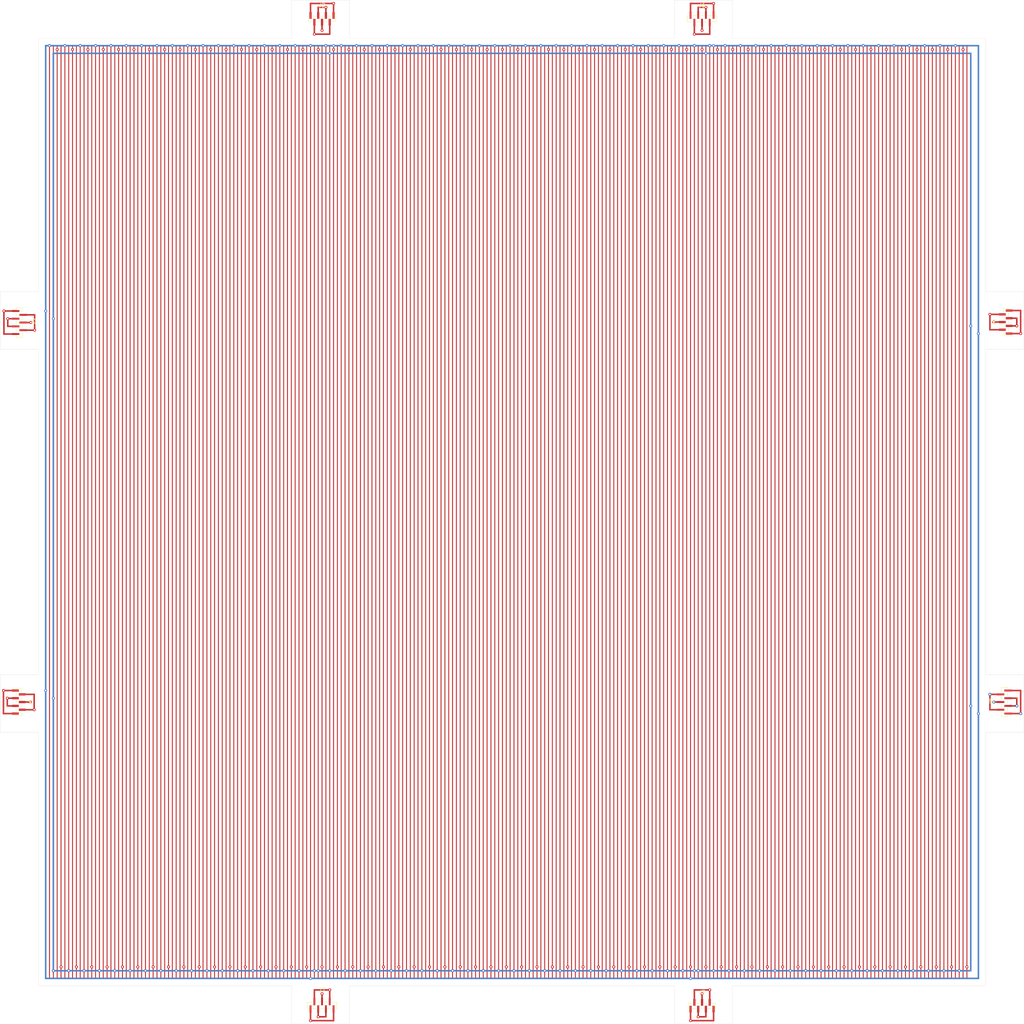
<source format=kicad_pcb>
(kicad_pcb (version 20171130) (host pcbnew "(5.1.9)-1")

  (general
    (thickness 1.6)
    (drawings 64)
    (tracks 751)
    (zones 0)
    (modules 8)
    (nets 2)
  )

  (page A2)
  (layers
    (0 F.Cu signal)
    (1 In1.Cu signal)
    (2 In2.Cu signal)
    (31 B.Cu signal)
    (32 B.Adhes user)
    (33 F.Adhes user)
    (34 B.Paste user)
    (35 F.Paste user)
    (36 B.SilkS user)
    (37 F.SilkS user)
    (38 B.Mask user)
    (39 F.Mask user)
    (40 Dwgs.User user hide)
    (41 Cmts.User user)
    (42 Eco1.User user)
    (43 Eco2.User user)
    (44 Edge.Cuts user)
    (45 Margin user)
    (46 B.CrtYd user)
    (47 F.CrtYd user)
    (48 B.Fab user hide)
    (49 F.Fab user)
  )

  (setup
    (last_trace_width 0.4)
    (user_trace_width 0.4)
    (trace_clearance 0.2)
    (zone_clearance 0.5)
    (zone_45_only no)
    (trace_min 0.25)
    (via_size 0.8)
    (via_drill 0.4)
    (via_min_size 0.2)
    (via_min_drill 0.1)
    (blind_buried_vias_allowed yes)
    (uvia_size 0.2)
    (uvia_drill 0.1)
    (uvias_allowed no)
    (uvia_min_size 0.2)
    (uvia_min_drill 0.1)
    (edge_width 0.05)
    (segment_width 0.2)
    (pcb_text_width 0.3)
    (pcb_text_size 1.5 1.5)
    (mod_edge_width 0.12)
    (mod_text_size 1 1)
    (mod_text_width 0.15)
    (pad_size 1.524 1.524)
    (pad_drill 0.762)
    (pad_to_mask_clearance 0.05)
    (aux_axis_origin 0 0)
    (visible_elements 7FFFFFFF)
    (pcbplotparams
      (layerselection 0x010fc_ffffffff)
      (usegerberextensions false)
      (usegerberattributes true)
      (usegerberadvancedattributes true)
      (creategerberjobfile true)
      (excludeedgelayer true)
      (linewidth 0.100000)
      (plotframeref false)
      (viasonmask false)
      (mode 1)
      (useauxorigin false)
      (hpglpennumber 1)
      (hpglpenspeed 20)
      (hpglpendiameter 15.000000)
      (psnegative false)
      (psa4output false)
      (plotreference true)
      (plotvalue true)
      (plotinvisibletext false)
      (padsonsilk false)
      (subtractmaskfromsilk false)
      (outputformat 1)
      (mirror false)
      (drillshape 1)
      (scaleselection 1)
      (outputdirectory ""))
  )

  (net 0 "")
  (net 1 "Net-(J1-Pad4)")

  (net_class Default "This is the default net class."
    (clearance 0.2)
    (trace_width 0.4)
    (via_dia 0.8)
    (via_drill 0.4)
    (uvia_dia 0.2)
    (uvia_drill 0.1)
    (diff_pair_width 0.4)
    (diff_pair_gap 0.25)
    (add_net "Net-(J1-Pad4)")
  )

  (module Connector_PinSocket_1.00mm:PinSocket_1x07_P1.00mm_Vertical_SMD_Pin1Left (layer F.Cu) (tedit 5A19A42E) (tstamp 605BF47B)
    (at 63.15 122.125)
    (descr "surface-mounted straight socket strip, 1x07, 1.00mm pitch, single row, style 1 (pin 1 left) (https://gct.co/files/drawings/bc070.pdf), script generated")
    (tags "Surface mounted socket strip SMD 1x07 1.00mm single row style1 pin1 left")
    (path /605C7E01)
    (attr smd)
    (fp_text reference J5 (at 3.75 -0.25 -90) (layer F.SilkS)
      (effects (font (size 1 1) (thickness 0.15)))
    )
    (fp_text value Conn_Female (at -3.5 -0.25 -90) (layer F.Fab) hide
      (effects (font (size 1 1) (thickness 0.15)))
    )
    (fp_line (start -0.81 -3.81) (end 0.81 -3.81) (layer F.SilkS) (width 0.12))
    (fp_line (start 0.81 -3.81) (end 0.81 -2.51) (layer F.SilkS) (width 0.12))
    (fp_line (start 0.81 -1.49) (end 0.81 -0.51) (layer F.SilkS) (width 0.12))
    (fp_line (start 0.81 0.51) (end 0.81 1.49) (layer F.SilkS) (width 0.12))
    (fp_line (start 0.81 2.51) (end 0.81 3.81) (layer F.SilkS) (width 0.12))
    (fp_line (start -0.81 3.81) (end 0.81 3.81) (layer F.SilkS) (width 0.12))
    (fp_line (start -0.81 -3.81) (end -0.81 -3.51) (layer F.SilkS) (width 0.12))
    (fp_line (start -0.81 -2.49) (end -0.81 -1.51) (layer F.SilkS) (width 0.12))
    (fp_line (start -0.81 -0.49) (end -0.81 0.49) (layer F.SilkS) (width 0.12))
    (fp_line (start -0.81 1.51) (end -0.81 2.49) (layer F.SilkS) (width 0.12))
    (fp_line (start -0.81 3.51) (end -0.81 3.81) (layer F.SilkS) (width 0.12))
    (fp_line (start -1.89 -3.51) (end -0.81 -3.51) (layer F.SilkS) (width 0.12))
    (fp_line (start -0.375 -3.75) (end 0.75 -3.75) (layer F.Fab) (width 0.1))
    (fp_line (start 0.75 -3.75) (end 0.75 3.75) (layer F.Fab) (width 0.1))
    (fp_line (start 0.75 3.75) (end -0.75 3.75) (layer F.Fab) (width 0.1))
    (fp_line (start -0.75 3.75) (end -0.75 -3.375) (layer F.Fab) (width 0.1))
    (fp_line (start -0.75 -3.375) (end -0.375 -3.75) (layer F.Fab) (width 0.1))
    (fp_line (start -1.45 -3.15) (end -0.75 -3.15) (layer F.Fab) (width 0.1))
    (fp_line (start -0.75 -2.85) (end -1.45 -2.85) (layer F.Fab) (width 0.1))
    (fp_line (start -1.45 -2.85) (end -1.45 -3.15) (layer F.Fab) (width 0.1))
    (fp_line (start 0.75 -2.15) (end 1.45 -2.15) (layer F.Fab) (width 0.1))
    (fp_line (start 1.45 -2.15) (end 1.45 -1.85) (layer F.Fab) (width 0.1))
    (fp_line (start 1.45 -1.85) (end 0.75 -1.85) (layer F.Fab) (width 0.1))
    (fp_line (start -1.45 -1.15) (end -0.75 -1.15) (layer F.Fab) (width 0.1))
    (fp_line (start -0.75 -0.85) (end -1.45 -0.85) (layer F.Fab) (width 0.1))
    (fp_line (start -1.45 -0.85) (end -1.45 -1.15) (layer F.Fab) (width 0.1))
    (fp_line (start 0.75 -0.15) (end 1.45 -0.15) (layer F.Fab) (width 0.1))
    (fp_line (start 1.45 -0.15) (end 1.45 0.15) (layer F.Fab) (width 0.1))
    (fp_line (start 1.45 0.15) (end 0.75 0.15) (layer F.Fab) (width 0.1))
    (fp_line (start -1.45 0.85) (end -0.75 0.85) (layer F.Fab) (width 0.1))
    (fp_line (start -0.75 1.15) (end -1.45 1.15) (layer F.Fab) (width 0.1))
    (fp_line (start -1.45 1.15) (end -1.45 0.85) (layer F.Fab) (width 0.1))
    (fp_line (start 0.75 1.85) (end 1.45 1.85) (layer F.Fab) (width 0.1))
    (fp_line (start 1.45 1.85) (end 1.45 2.15) (layer F.Fab) (width 0.1))
    (fp_line (start 1.45 2.15) (end 0.75 2.15) (layer F.Fab) (width 0.1))
    (fp_line (start -1.45 2.85) (end -0.75 2.85) (layer F.Fab) (width 0.1))
    (fp_line (start -0.75 3.15) (end -1.45 3.15) (layer F.Fab) (width 0.1))
    (fp_line (start -1.45 3.15) (end -1.45 2.85) (layer F.Fab) (width 0.1))
    (fp_line (start -2.45 -4.25) (end 2.45 -4.25) (layer F.CrtYd) (width 0.05))
    (fp_line (start 2.45 -4.25) (end 2.45 4.25) (layer F.CrtYd) (width 0.05))
    (fp_line (start 2.45 4.25) (end -2.45 4.25) (layer F.CrtYd) (width 0.05))
    (fp_line (start -2.45 4.25) (end -2.45 -4.25) (layer F.CrtYd) (width 0.05))
    (fp_text user %R (at 0 0 90) (layer F.Fab)
      (effects (font (size 0.9 0.9) (thickness 0.14)))
    )
    (pad 6 smd rect (at 0.975 2) (size 1.95 0.5) (layers F.Cu F.Paste F.Mask))
    (pad 4 smd rect (at 0.975 0) (size 1.95 0.5) (layers F.Cu F.Paste F.Mask)
      (net 1 "Net-(J1-Pad4)"))
    (pad 2 smd rect (at 0.975 -2) (size 1.95 0.5) (layers F.Cu F.Paste F.Mask))
    (pad 7 smd rect (at -0.975 3) (size 1.95 0.5) (layers F.Cu F.Paste F.Mask))
    (pad 5 smd rect (at -0.975 1) (size 1.95 0.5) (layers F.Cu F.Paste F.Mask))
    (pad 3 smd rect (at -0.975 -1) (size 1.95 0.5) (layers F.Cu F.Paste F.Mask))
    (pad 1 smd rect (at -0.975 -3) (size 1.95 0.5) (layers F.Cu F.Paste F.Mask))
    (model ${KISYS3DMOD}/Connector_PinSocket_1.00mm.3dshapes/PinSocket_1x07_P1.00mm_Vertical_SMD_Pin1Left.wrl
      (at (xyz 0 0 0))
      (scale (xyz 1 1 1))
      (rotate (xyz 0 0 0))
    )
  )

  (module Connector_PinSocket_1.00mm:PinSocket_1x07_P1.00mm_Vertical_SMD_Pin1Left (layer F.Cu) (tedit 5A19A42E) (tstamp 605BF51D)
    (at 319.75 221 180)
    (descr "surface-mounted straight socket strip, 1x07, 1.00mm pitch, single row, style 1 (pin 1 left) (https://gct.co/files/drawings/bc070.pdf), script generated")
    (tags "Surface mounted socket strip SMD 1x07 1.00mm single row style1 pin1 left")
    (path /605EC520)
    (attr smd)
    (fp_text reference J8 (at 3.4 0.125 90) (layer F.SilkS)
      (effects (font (size 1 1) (thickness 0.15)))
    )
    (fp_text value Conn_Female (at -3.475 0.125 90) (layer F.Fab)
      (effects (font (size 1 1) (thickness 0.15)))
    )
    (fp_line (start -0.81 -3.81) (end 0.81 -3.81) (layer F.SilkS) (width 0.12))
    (fp_line (start 0.81 -3.81) (end 0.81 -2.51) (layer F.SilkS) (width 0.12))
    (fp_line (start 0.81 -1.49) (end 0.81 -0.51) (layer F.SilkS) (width 0.12))
    (fp_line (start 0.81 0.51) (end 0.81 1.49) (layer F.SilkS) (width 0.12))
    (fp_line (start 0.81 2.51) (end 0.81 3.81) (layer F.SilkS) (width 0.12))
    (fp_line (start -0.81 3.81) (end 0.81 3.81) (layer F.SilkS) (width 0.12))
    (fp_line (start -0.81 -3.81) (end -0.81 -3.51) (layer F.SilkS) (width 0.12))
    (fp_line (start -0.81 -2.49) (end -0.81 -1.51) (layer F.SilkS) (width 0.12))
    (fp_line (start -0.81 -0.49) (end -0.81 0.49) (layer F.SilkS) (width 0.12))
    (fp_line (start -0.81 1.51) (end -0.81 2.49) (layer F.SilkS) (width 0.12))
    (fp_line (start -0.81 3.51) (end -0.81 3.81) (layer F.SilkS) (width 0.12))
    (fp_line (start -1.89 -3.51) (end -0.81 -3.51) (layer F.SilkS) (width 0.12))
    (fp_line (start -0.375 -3.75) (end 0.75 -3.75) (layer F.Fab) (width 0.1))
    (fp_line (start 0.75 -3.75) (end 0.75 3.75) (layer F.Fab) (width 0.1))
    (fp_line (start 0.75 3.75) (end -0.75 3.75) (layer F.Fab) (width 0.1))
    (fp_line (start -0.75 3.75) (end -0.75 -3.375) (layer F.Fab) (width 0.1))
    (fp_line (start -0.75 -3.375) (end -0.375 -3.75) (layer F.Fab) (width 0.1))
    (fp_line (start -1.45 -3.15) (end -0.75 -3.15) (layer F.Fab) (width 0.1))
    (fp_line (start -0.75 -2.85) (end -1.45 -2.85) (layer F.Fab) (width 0.1))
    (fp_line (start -1.45 -2.85) (end -1.45 -3.15) (layer F.Fab) (width 0.1))
    (fp_line (start 0.75 -2.15) (end 1.45 -2.15) (layer F.Fab) (width 0.1))
    (fp_line (start 1.45 -2.15) (end 1.45 -1.85) (layer F.Fab) (width 0.1))
    (fp_line (start 1.45 -1.85) (end 0.75 -1.85) (layer F.Fab) (width 0.1))
    (fp_line (start -1.45 -1.15) (end -0.75 -1.15) (layer F.Fab) (width 0.1))
    (fp_line (start -0.75 -0.85) (end -1.45 -0.85) (layer F.Fab) (width 0.1))
    (fp_line (start -1.45 -0.85) (end -1.45 -1.15) (layer F.Fab) (width 0.1))
    (fp_line (start 0.75 -0.15) (end 1.45 -0.15) (layer F.Fab) (width 0.1))
    (fp_line (start 1.45 -0.15) (end 1.45 0.15) (layer F.Fab) (width 0.1))
    (fp_line (start 1.45 0.15) (end 0.75 0.15) (layer F.Fab) (width 0.1))
    (fp_line (start -1.45 0.85) (end -0.75 0.85) (layer F.Fab) (width 0.1))
    (fp_line (start -0.75 1.15) (end -1.45 1.15) (layer F.Fab) (width 0.1))
    (fp_line (start -1.45 1.15) (end -1.45 0.85) (layer F.Fab) (width 0.1))
    (fp_line (start 0.75 1.85) (end 1.45 1.85) (layer F.Fab) (width 0.1))
    (fp_line (start 1.45 1.85) (end 1.45 2.15) (layer F.Fab) (width 0.1))
    (fp_line (start 1.45 2.15) (end 0.75 2.15) (layer F.Fab) (width 0.1))
    (fp_line (start -1.45 2.85) (end -0.75 2.85) (layer F.Fab) (width 0.1))
    (fp_line (start -0.75 3.15) (end -1.45 3.15) (layer F.Fab) (width 0.1))
    (fp_line (start -1.45 3.15) (end -1.45 2.85) (layer F.Fab) (width 0.1))
    (fp_line (start -2.45 -4.25) (end 2.45 -4.25) (layer F.CrtYd) (width 0.05))
    (fp_line (start 2.45 -4.25) (end 2.45 4.25) (layer F.CrtYd) (width 0.05))
    (fp_line (start 2.45 4.25) (end -2.45 4.25) (layer F.CrtYd) (width 0.05))
    (fp_line (start -2.45 4.25) (end -2.45 -4.25) (layer F.CrtYd) (width 0.05))
    (fp_text user %R (at 0 0 90) (layer F.Fab)
      (effects (font (size 0.9 0.9) (thickness 0.14)))
    )
    (pad 6 smd rect (at 0.975 2 180) (size 1.95 0.5) (layers F.Cu F.Paste F.Mask))
    (pad 4 smd rect (at 0.975 0 180) (size 1.95 0.5) (layers F.Cu F.Paste F.Mask)
      (net 1 "Net-(J1-Pad4)"))
    (pad 2 smd rect (at 0.975 -2 180) (size 1.95 0.5) (layers F.Cu F.Paste F.Mask))
    (pad 7 smd rect (at -0.975 3 180) (size 1.95 0.5) (layers F.Cu F.Paste F.Mask))
    (pad 5 smd rect (at -0.975 1 180) (size 1.95 0.5) (layers F.Cu F.Paste F.Mask))
    (pad 3 smd rect (at -0.975 -1 180) (size 1.95 0.5) (layers F.Cu F.Paste F.Mask))
    (pad 1 smd rect (at -0.975 -3 180) (size 1.95 0.5) (layers F.Cu F.Paste F.Mask))
    (model ${KISYS3DMOD}/Connector_PinSocket_1.00mm.3dshapes/PinSocket_1x07_P1.00mm_Vertical_SMD_Pin1Left.wrl
      (at (xyz 0 0 0))
      (scale (xyz 1 1 1))
      (rotate (xyz 0 0 0))
    )
  )

  (module Connector_PinSocket_1.00mm:PinSocket_1x07_P1.00mm_Vertical_SMD_Pin1Left (layer F.Cu) (tedit 5A19A42E) (tstamp 605BF4E7)
    (at 142 300 90)
    (descr "surface-mounted straight socket strip, 1x07, 1.00mm pitch, single row, style 1 (pin 1 left) (https://gct.co/files/drawings/bc070.pdf), script generated")
    (tags "Surface mounted socket strip SMD 1x07 1.00mm single row style1 pin1 left")
    (path /605BE303)
    (attr smd)
    (fp_text reference J7 (at 4 0 180) (layer F.SilkS)
      (effects (font (size 1 1) (thickness 0.15)))
    )
    (fp_text value Conn_Female (at -3.5 0.025 180) (layer F.Fab)
      (effects (font (size 1 1) (thickness 0.15)))
    )
    (fp_line (start -0.81 -3.81) (end 0.81 -3.81) (layer F.SilkS) (width 0.12))
    (fp_line (start 0.81 -3.81) (end 0.81 -2.51) (layer F.SilkS) (width 0.12))
    (fp_line (start 0.81 -1.49) (end 0.81 -0.51) (layer F.SilkS) (width 0.12))
    (fp_line (start 0.81 0.51) (end 0.81 1.49) (layer F.SilkS) (width 0.12))
    (fp_line (start 0.81 2.51) (end 0.81 3.81) (layer F.SilkS) (width 0.12))
    (fp_line (start -0.81 3.81) (end 0.81 3.81) (layer F.SilkS) (width 0.12))
    (fp_line (start -0.81 -3.81) (end -0.81 -3.51) (layer F.SilkS) (width 0.12))
    (fp_line (start -0.81 -2.49) (end -0.81 -1.51) (layer F.SilkS) (width 0.12))
    (fp_line (start -0.81 -0.49) (end -0.81 0.49) (layer F.SilkS) (width 0.12))
    (fp_line (start -0.81 1.51) (end -0.81 2.49) (layer F.SilkS) (width 0.12))
    (fp_line (start -0.81 3.51) (end -0.81 3.81) (layer F.SilkS) (width 0.12))
    (fp_line (start -1.89 -3.51) (end -0.81 -3.51) (layer F.SilkS) (width 0.12))
    (fp_line (start -0.375 -3.75) (end 0.75 -3.75) (layer F.Fab) (width 0.1))
    (fp_line (start 0.75 -3.75) (end 0.75 3.75) (layer F.Fab) (width 0.1))
    (fp_line (start 0.75 3.75) (end -0.75 3.75) (layer F.Fab) (width 0.1))
    (fp_line (start -0.75 3.75) (end -0.75 -3.375) (layer F.Fab) (width 0.1))
    (fp_line (start -0.75 -3.375) (end -0.375 -3.75) (layer F.Fab) (width 0.1))
    (fp_line (start -1.45 -3.15) (end -0.75 -3.15) (layer F.Fab) (width 0.1))
    (fp_line (start -0.75 -2.85) (end -1.45 -2.85) (layer F.Fab) (width 0.1))
    (fp_line (start -1.45 -2.85) (end -1.45 -3.15) (layer F.Fab) (width 0.1))
    (fp_line (start 0.75 -2.15) (end 1.45 -2.15) (layer F.Fab) (width 0.1))
    (fp_line (start 1.45 -2.15) (end 1.45 -1.85) (layer F.Fab) (width 0.1))
    (fp_line (start 1.45 -1.85) (end 0.75 -1.85) (layer F.Fab) (width 0.1))
    (fp_line (start -1.45 -1.15) (end -0.75 -1.15) (layer F.Fab) (width 0.1))
    (fp_line (start -0.75 -0.85) (end -1.45 -0.85) (layer F.Fab) (width 0.1))
    (fp_line (start -1.45 -0.85) (end -1.45 -1.15) (layer F.Fab) (width 0.1))
    (fp_line (start 0.75 -0.15) (end 1.45 -0.15) (layer F.Fab) (width 0.1))
    (fp_line (start 1.45 -0.15) (end 1.45 0.15) (layer F.Fab) (width 0.1))
    (fp_line (start 1.45 0.15) (end 0.75 0.15) (layer F.Fab) (width 0.1))
    (fp_line (start -1.45 0.85) (end -0.75 0.85) (layer F.Fab) (width 0.1))
    (fp_line (start -0.75 1.15) (end -1.45 1.15) (layer F.Fab) (width 0.1))
    (fp_line (start -1.45 1.15) (end -1.45 0.85) (layer F.Fab) (width 0.1))
    (fp_line (start 0.75 1.85) (end 1.45 1.85) (layer F.Fab) (width 0.1))
    (fp_line (start 1.45 1.85) (end 1.45 2.15) (layer F.Fab) (width 0.1))
    (fp_line (start 1.45 2.15) (end 0.75 2.15) (layer F.Fab) (width 0.1))
    (fp_line (start -1.45 2.85) (end -0.75 2.85) (layer F.Fab) (width 0.1))
    (fp_line (start -0.75 3.15) (end -1.45 3.15) (layer F.Fab) (width 0.1))
    (fp_line (start -1.45 3.15) (end -1.45 2.85) (layer F.Fab) (width 0.1))
    (fp_line (start -2.45 -4.25) (end 2.45 -4.25) (layer F.CrtYd) (width 0.05))
    (fp_line (start 2.45 -4.25) (end 2.45 4.25) (layer F.CrtYd) (width 0.05))
    (fp_line (start 2.45 4.25) (end -2.45 4.25) (layer F.CrtYd) (width 0.05))
    (fp_line (start -2.45 4.25) (end -2.45 -4.25) (layer F.CrtYd) (width 0.05))
    (fp_text user %R (at 0 0) (layer F.Fab)
      (effects (font (size 0.9 0.9) (thickness 0.14)))
    )
    (pad 6 smd rect (at 0.975 2 90) (size 1.95 0.5) (layers F.Cu F.Paste F.Mask))
    (pad 4 smd rect (at 0.975 0 90) (size 1.95 0.5) (layers F.Cu F.Paste F.Mask)
      (net 1 "Net-(J1-Pad4)"))
    (pad 2 smd rect (at 0.975 -2 90) (size 1.95 0.5) (layers F.Cu F.Paste F.Mask))
    (pad 7 smd rect (at -0.975 3 90) (size 1.95 0.5) (layers F.Cu F.Paste F.Mask))
    (pad 5 smd rect (at -0.975 1 90) (size 1.95 0.5) (layers F.Cu F.Paste F.Mask))
    (pad 3 smd rect (at -0.975 -1 90) (size 1.95 0.5) (layers F.Cu F.Paste F.Mask))
    (pad 1 smd rect (at -0.975 -3 90) (size 1.95 0.5) (layers F.Cu F.Paste F.Mask))
    (model ${KISYS3DMOD}/Connector_PinSocket_1.00mm.3dshapes/PinSocket_1x07_P1.00mm_Vertical_SMD_Pin1Left.wrl
      (at (xyz 0 0 0))
      (scale (xyz 1 1 1))
      (rotate (xyz 0 0 0))
    )
  )

  (module Connector_PinSocket_1.00mm:PinSocket_1x07_P1.00mm_Vertical_SMD_Pin1Left (layer F.Cu) (tedit 5A19A42E) (tstamp 605BF4B1)
    (at 241 43 270)
    (descr "surface-mounted straight socket strip, 1x07, 1.00mm pitch, single row, style 1 (pin 1 left) (https://gct.co/files/drawings/bc070.pdf), script generated")
    (tags "Surface mounted socket strip SMD 1x07 1.00mm single row style1 pin1 left")
    (path /605EC532)
    (attr smd)
    (fp_text reference J6 (at -3.475 0 180) (layer F.SilkS)
      (effects (font (size 1 1) (thickness 0.15)))
    )
    (fp_text value Conn_Female (at 3.525 0 180) (layer F.Fab)
      (effects (font (size 1 1) (thickness 0.15)))
    )
    (fp_line (start -0.81 -3.81) (end 0.81 -3.81) (layer F.SilkS) (width 0.12))
    (fp_line (start 0.81 -3.81) (end 0.81 -2.51) (layer F.SilkS) (width 0.12))
    (fp_line (start 0.81 -1.49) (end 0.81 -0.51) (layer F.SilkS) (width 0.12))
    (fp_line (start 0.81 0.51) (end 0.81 1.49) (layer F.SilkS) (width 0.12))
    (fp_line (start 0.81 2.51) (end 0.81 3.81) (layer F.SilkS) (width 0.12))
    (fp_line (start -0.81 3.81) (end 0.81 3.81) (layer F.SilkS) (width 0.12))
    (fp_line (start -0.81 -3.81) (end -0.81 -3.51) (layer F.SilkS) (width 0.12))
    (fp_line (start -0.81 -2.49) (end -0.81 -1.51) (layer F.SilkS) (width 0.12))
    (fp_line (start -0.81 -0.49) (end -0.81 0.49) (layer F.SilkS) (width 0.12))
    (fp_line (start -0.81 1.51) (end -0.81 2.49) (layer F.SilkS) (width 0.12))
    (fp_line (start -0.81 3.51) (end -0.81 3.81) (layer F.SilkS) (width 0.12))
    (fp_line (start -1.89 -3.51) (end -0.81 -3.51) (layer F.SilkS) (width 0.12))
    (fp_line (start -0.375 -3.75) (end 0.75 -3.75) (layer F.Fab) (width 0.1))
    (fp_line (start 0.75 -3.75) (end 0.75 3.75) (layer F.Fab) (width 0.1))
    (fp_line (start 0.75 3.75) (end -0.75 3.75) (layer F.Fab) (width 0.1))
    (fp_line (start -0.75 3.75) (end -0.75 -3.375) (layer F.Fab) (width 0.1))
    (fp_line (start -0.75 -3.375) (end -0.375 -3.75) (layer F.Fab) (width 0.1))
    (fp_line (start -1.45 -3.15) (end -0.75 -3.15) (layer F.Fab) (width 0.1))
    (fp_line (start -0.75 -2.85) (end -1.45 -2.85) (layer F.Fab) (width 0.1))
    (fp_line (start -1.45 -2.85) (end -1.45 -3.15) (layer F.Fab) (width 0.1))
    (fp_line (start 0.75 -2.15) (end 1.45 -2.15) (layer F.Fab) (width 0.1))
    (fp_line (start 1.45 -2.15) (end 1.45 -1.85) (layer F.Fab) (width 0.1))
    (fp_line (start 1.45 -1.85) (end 0.75 -1.85) (layer F.Fab) (width 0.1))
    (fp_line (start -1.45 -1.15) (end -0.75 -1.15) (layer F.Fab) (width 0.1))
    (fp_line (start -0.75 -0.85) (end -1.45 -0.85) (layer F.Fab) (width 0.1))
    (fp_line (start -1.45 -0.85) (end -1.45 -1.15) (layer F.Fab) (width 0.1))
    (fp_line (start 0.75 -0.15) (end 1.45 -0.15) (layer F.Fab) (width 0.1))
    (fp_line (start 1.45 -0.15) (end 1.45 0.15) (layer F.Fab) (width 0.1))
    (fp_line (start 1.45 0.15) (end 0.75 0.15) (layer F.Fab) (width 0.1))
    (fp_line (start -1.45 0.85) (end -0.75 0.85) (layer F.Fab) (width 0.1))
    (fp_line (start -0.75 1.15) (end -1.45 1.15) (layer F.Fab) (width 0.1))
    (fp_line (start -1.45 1.15) (end -1.45 0.85) (layer F.Fab) (width 0.1))
    (fp_line (start 0.75 1.85) (end 1.45 1.85) (layer F.Fab) (width 0.1))
    (fp_line (start 1.45 1.85) (end 1.45 2.15) (layer F.Fab) (width 0.1))
    (fp_line (start 1.45 2.15) (end 0.75 2.15) (layer F.Fab) (width 0.1))
    (fp_line (start -1.45 2.85) (end -0.75 2.85) (layer F.Fab) (width 0.1))
    (fp_line (start -0.75 3.15) (end -1.45 3.15) (layer F.Fab) (width 0.1))
    (fp_line (start -1.45 3.15) (end -1.45 2.85) (layer F.Fab) (width 0.1))
    (fp_line (start -2.45 -4.25) (end 2.45 -4.25) (layer F.CrtYd) (width 0.05))
    (fp_line (start 2.45 -4.25) (end 2.45 4.25) (layer F.CrtYd) (width 0.05))
    (fp_line (start 2.45 4.25) (end -2.45 4.25) (layer F.CrtYd) (width 0.05))
    (fp_line (start -2.45 4.25) (end -2.45 -4.25) (layer F.CrtYd) (width 0.05))
    (fp_text user %R (at 0 0) (layer F.Fab)
      (effects (font (size 0.9 0.9) (thickness 0.14)))
    )
    (pad 6 smd rect (at 0.975 2 270) (size 1.95 0.5) (layers F.Cu F.Paste F.Mask))
    (pad 4 smd rect (at 0.975 0 270) (size 1.95 0.5) (layers F.Cu F.Paste F.Mask)
      (net 1 "Net-(J1-Pad4)"))
    (pad 2 smd rect (at 0.975 -2 270) (size 1.95 0.5) (layers F.Cu F.Paste F.Mask))
    (pad 7 smd rect (at -0.975 3 270) (size 1.95 0.5) (layers F.Cu F.Paste F.Mask))
    (pad 5 smd rect (at -0.975 1 270) (size 1.95 0.5) (layers F.Cu F.Paste F.Mask))
    (pad 3 smd rect (at -0.975 -1 270) (size 1.95 0.5) (layers F.Cu F.Paste F.Mask))
    (pad 1 smd rect (at -0.975 -3 270) (size 1.95 0.5) (layers F.Cu F.Paste F.Mask))
    (model ${KISYS3DMOD}/Connector_PinSocket_1.00mm.3dshapes/PinSocket_1x07_P1.00mm_Vertical_SMD_Pin1Left.wrl
      (at (xyz 0 0 0))
      (scale (xyz 1 1 1))
      (rotate (xyz 0 0 0))
    )
  )

  (module Connector_PinHeader_1.00mm:PinHeader_1x07_P1.00mm_Vertical_SMD_Pin1Left (layer F.Cu) (tedit 59FED738) (tstamp 605BF445)
    (at 320.125 122 180)
    (descr "surface-mounted straight pin header, 1x07, 1.00mm pitch, single row, style 1 (pin 1 left)")
    (tags "Surface mounted pin header SMD 1x07 1.00mm single row style1 pin1 left")
    (path /605EC526)
    (attr smd)
    (fp_text reference J4 (at 3 0 90) (layer F.SilkS)
      (effects (font (size 1 1) (thickness 0.15)))
    )
    (fp_text value Conn_01x07_Male (at -3.875 0 90) (layer F.Fab)
      (effects (font (size 1 1) (thickness 0.15)))
    )
    (fp_line (start 0.635 3.5) (end -0.635 3.5) (layer F.Fab) (width 0.1))
    (fp_line (start -0.285 -3.5) (end 0.635 -3.5) (layer F.Fab) (width 0.1))
    (fp_line (start -0.635 3.5) (end -0.635 -3.15) (layer F.Fab) (width 0.1))
    (fp_line (start -0.635 -3.15) (end -0.285 -3.5) (layer F.Fab) (width 0.1))
    (fp_line (start 0.635 -3.5) (end 0.635 3.5) (layer F.Fab) (width 0.1))
    (fp_line (start -0.635 -3.15) (end -1.25 -3.15) (layer F.Fab) (width 0.1))
    (fp_line (start -1.25 -3.15) (end -1.25 -2.85) (layer F.Fab) (width 0.1))
    (fp_line (start -1.25 -2.85) (end -0.635 -2.85) (layer F.Fab) (width 0.1))
    (fp_line (start -0.635 -1.15) (end -1.25 -1.15) (layer F.Fab) (width 0.1))
    (fp_line (start -1.25 -1.15) (end -1.25 -0.85) (layer F.Fab) (width 0.1))
    (fp_line (start -1.25 -0.85) (end -0.635 -0.85) (layer F.Fab) (width 0.1))
    (fp_line (start -0.635 0.85) (end -1.25 0.85) (layer F.Fab) (width 0.1))
    (fp_line (start -1.25 0.85) (end -1.25 1.15) (layer F.Fab) (width 0.1))
    (fp_line (start -1.25 1.15) (end -0.635 1.15) (layer F.Fab) (width 0.1))
    (fp_line (start -0.635 2.85) (end -1.25 2.85) (layer F.Fab) (width 0.1))
    (fp_line (start -1.25 2.85) (end -1.25 3.15) (layer F.Fab) (width 0.1))
    (fp_line (start -1.25 3.15) (end -0.635 3.15) (layer F.Fab) (width 0.1))
    (fp_line (start 0.635 -2.15) (end 1.25 -2.15) (layer F.Fab) (width 0.1))
    (fp_line (start 1.25 -2.15) (end 1.25 -1.85) (layer F.Fab) (width 0.1))
    (fp_line (start 1.25 -1.85) (end 0.635 -1.85) (layer F.Fab) (width 0.1))
    (fp_line (start 0.635 -0.15) (end 1.25 -0.15) (layer F.Fab) (width 0.1))
    (fp_line (start 1.25 -0.15) (end 1.25 0.15) (layer F.Fab) (width 0.1))
    (fp_line (start 1.25 0.15) (end 0.635 0.15) (layer F.Fab) (width 0.1))
    (fp_line (start 0.635 1.85) (end 1.25 1.85) (layer F.Fab) (width 0.1))
    (fp_line (start 1.25 1.85) (end 1.25 2.15) (layer F.Fab) (width 0.1))
    (fp_line (start 1.25 2.15) (end 0.635 2.15) (layer F.Fab) (width 0.1))
    (fp_line (start -0.695 -3.56) (end 0.695 -3.56) (layer F.SilkS) (width 0.12))
    (fp_line (start -0.695 3.56) (end 0.695 3.56) (layer F.SilkS) (width 0.12))
    (fp_line (start -0.695 -3.56) (end -1.69 -3.56) (layer F.SilkS) (width 0.12))
    (fp_line (start -0.695 -3.56) (end -0.695 -3.56) (layer F.SilkS) (width 0.12))
    (fp_line (start 0.695 3.56) (end 0.695 3.56) (layer F.SilkS) (width 0.12))
    (fp_line (start 0.695 -3.56) (end 0.695 -2.56) (layer F.SilkS) (width 0.12))
    (fp_line (start 0.695 -1.44) (end 0.695 -0.56) (layer F.SilkS) (width 0.12))
    (fp_line (start 0.695 0.56) (end 0.695 1.44) (layer F.SilkS) (width 0.12))
    (fp_line (start 0.695 2.56) (end 0.695 3.56) (layer F.SilkS) (width 0.12))
    (fp_line (start -0.695 -2.44) (end -0.695 -1.56) (layer F.SilkS) (width 0.12))
    (fp_line (start -0.695 -0.44) (end -0.695 0.44) (layer F.SilkS) (width 0.12))
    (fp_line (start -0.695 1.56) (end -0.695 2.44) (layer F.SilkS) (width 0.12))
    (fp_line (start -2.25 -4) (end -2.25 4) (layer F.CrtYd) (width 0.05))
    (fp_line (start -2.25 4) (end 2.25 4) (layer F.CrtYd) (width 0.05))
    (fp_line (start 2.25 4) (end 2.25 -4) (layer F.CrtYd) (width 0.05))
    (fp_line (start 2.25 -4) (end -2.25 -4) (layer F.CrtYd) (width 0.05))
    (fp_text user %R (at 0 0 90) (layer F.Fab)
      (effects (font (size 1 1) (thickness 0.15)))
    )
    (pad 6 smd rect (at 0.875 2 180) (size 1.75 0.6) (layers F.Cu F.Paste F.Mask))
    (pad 4 smd rect (at 0.875 0 180) (size 1.75 0.6) (layers F.Cu F.Paste F.Mask)
      (net 1 "Net-(J1-Pad4)"))
    (pad 2 smd rect (at 0.875 -2 180) (size 1.75 0.6) (layers F.Cu F.Paste F.Mask))
    (pad 7 smd rect (at -0.875 3 180) (size 1.75 0.6) (layers F.Cu F.Paste F.Mask))
    (pad 5 smd rect (at -0.875 1 180) (size 1.75 0.6) (layers F.Cu F.Paste F.Mask))
    (pad 3 smd rect (at -0.875 -1 180) (size 1.75 0.6) (layers F.Cu F.Paste F.Mask))
    (pad 1 smd rect (at -0.875 -3 180) (size 1.75 0.6) (layers F.Cu F.Paste F.Mask))
    (model ${KISYS3DMOD}/Connector_PinHeader_1.00mm.3dshapes/PinHeader_1x07_P1.00mm_Vertical_SMD_Pin1Left.wrl
      (at (xyz 0 0 0))
      (scale (xyz 1 1 1))
      (rotate (xyz 0 0 0))
    )
  )

  (module Connector_PinHeader_1.00mm:PinHeader_1x07_P1.00mm_Vertical_SMD_Pin1Left (layer F.Cu) (tedit 59FED738) (tstamp 605BF40F)
    (at 241 300.125 90)
    (descr "surface-mounted straight pin header, 1x07, 1.00mm pitch, single row, style 1 (pin 1 left)")
    (tags "Surface mounted pin header SMD 1x07 1.00mm single row style1 pin1 left")
    (path /605C1455)
    (attr smd)
    (fp_text reference J3 (at 3.5 0 180) (layer F.SilkS)
      (effects (font (size 1 1) (thickness 0.15)))
    )
    (fp_text value Conn_01x07_Male (at -3.875 0 180) (layer F.Fab)
      (effects (font (size 1 1) (thickness 0.15)))
    )
    (fp_line (start 0.635 3.5) (end -0.635 3.5) (layer F.Fab) (width 0.1))
    (fp_line (start -0.285 -3.5) (end 0.635 -3.5) (layer F.Fab) (width 0.1))
    (fp_line (start -0.635 3.5) (end -0.635 -3.15) (layer F.Fab) (width 0.1))
    (fp_line (start -0.635 -3.15) (end -0.285 -3.5) (layer F.Fab) (width 0.1))
    (fp_line (start 0.635 -3.5) (end 0.635 3.5) (layer F.Fab) (width 0.1))
    (fp_line (start -0.635 -3.15) (end -1.25 -3.15) (layer F.Fab) (width 0.1))
    (fp_line (start -1.25 -3.15) (end -1.25 -2.85) (layer F.Fab) (width 0.1))
    (fp_line (start -1.25 -2.85) (end -0.635 -2.85) (layer F.Fab) (width 0.1))
    (fp_line (start -0.635 -1.15) (end -1.25 -1.15) (layer F.Fab) (width 0.1))
    (fp_line (start -1.25 -1.15) (end -1.25 -0.85) (layer F.Fab) (width 0.1))
    (fp_line (start -1.25 -0.85) (end -0.635 -0.85) (layer F.Fab) (width 0.1))
    (fp_line (start -0.635 0.85) (end -1.25 0.85) (layer F.Fab) (width 0.1))
    (fp_line (start -1.25 0.85) (end -1.25 1.15) (layer F.Fab) (width 0.1))
    (fp_line (start -1.25 1.15) (end -0.635 1.15) (layer F.Fab) (width 0.1))
    (fp_line (start -0.635 2.85) (end -1.25 2.85) (layer F.Fab) (width 0.1))
    (fp_line (start -1.25 2.85) (end -1.25 3.15) (layer F.Fab) (width 0.1))
    (fp_line (start -1.25 3.15) (end -0.635 3.15) (layer F.Fab) (width 0.1))
    (fp_line (start 0.635 -2.15) (end 1.25 -2.15) (layer F.Fab) (width 0.1))
    (fp_line (start 1.25 -2.15) (end 1.25 -1.85) (layer F.Fab) (width 0.1))
    (fp_line (start 1.25 -1.85) (end 0.635 -1.85) (layer F.Fab) (width 0.1))
    (fp_line (start 0.635 -0.15) (end 1.25 -0.15) (layer F.Fab) (width 0.1))
    (fp_line (start 1.25 -0.15) (end 1.25 0.15) (layer F.Fab) (width 0.1))
    (fp_line (start 1.25 0.15) (end 0.635 0.15) (layer F.Fab) (width 0.1))
    (fp_line (start 0.635 1.85) (end 1.25 1.85) (layer F.Fab) (width 0.1))
    (fp_line (start 1.25 1.85) (end 1.25 2.15) (layer F.Fab) (width 0.1))
    (fp_line (start 1.25 2.15) (end 0.635 2.15) (layer F.Fab) (width 0.1))
    (fp_line (start -0.695 -3.56) (end 0.695 -3.56) (layer F.SilkS) (width 0.12))
    (fp_line (start -0.695 3.56) (end 0.695 3.56) (layer F.SilkS) (width 0.12))
    (fp_line (start -0.695 -3.56) (end -1.69 -3.56) (layer F.SilkS) (width 0.12))
    (fp_line (start -0.695 -3.56) (end -0.695 -3.56) (layer F.SilkS) (width 0.12))
    (fp_line (start 0.695 3.56) (end 0.695 3.56) (layer F.SilkS) (width 0.12))
    (fp_line (start 0.695 -3.56) (end 0.695 -2.56) (layer F.SilkS) (width 0.12))
    (fp_line (start 0.695 -1.44) (end 0.695 -0.56) (layer F.SilkS) (width 0.12))
    (fp_line (start 0.695 0.56) (end 0.695 1.44) (layer F.SilkS) (width 0.12))
    (fp_line (start 0.695 2.56) (end 0.695 3.56) (layer F.SilkS) (width 0.12))
    (fp_line (start -0.695 -2.44) (end -0.695 -1.56) (layer F.SilkS) (width 0.12))
    (fp_line (start -0.695 -0.44) (end -0.695 0.44) (layer F.SilkS) (width 0.12))
    (fp_line (start -0.695 1.56) (end -0.695 2.44) (layer F.SilkS) (width 0.12))
    (fp_line (start -2.25 -4) (end -2.25 4) (layer F.CrtYd) (width 0.05))
    (fp_line (start -2.25 4) (end 2.25 4) (layer F.CrtYd) (width 0.05))
    (fp_line (start 2.25 4) (end 2.25 -4) (layer F.CrtYd) (width 0.05))
    (fp_line (start 2.25 -4) (end -2.25 -4) (layer F.CrtYd) (width 0.05))
    (fp_text user %R (at 0 0) (layer F.Fab)
      (effects (font (size 1 1) (thickness 0.15)))
    )
    (pad 6 smd rect (at 0.875 2 90) (size 1.75 0.6) (layers F.Cu F.Paste F.Mask))
    (pad 4 smd rect (at 0.875 0 90) (size 1.75 0.6) (layers F.Cu F.Paste F.Mask)
      (net 1 "Net-(J1-Pad4)"))
    (pad 2 smd rect (at 0.875 -2 90) (size 1.75 0.6) (layers F.Cu F.Paste F.Mask))
    (pad 7 smd rect (at -0.875 3 90) (size 1.75 0.6) (layers F.Cu F.Paste F.Mask))
    (pad 5 smd rect (at -0.875 1 90) (size 1.75 0.6) (layers F.Cu F.Paste F.Mask))
    (pad 3 smd rect (at -0.875 -1 90) (size 1.75 0.6) (layers F.Cu F.Paste F.Mask))
    (pad 1 smd rect (at -0.875 -3 90) (size 1.75 0.6) (layers F.Cu F.Paste F.Mask))
    (model ${KISYS3DMOD}/Connector_PinHeader_1.00mm.3dshapes/PinHeader_1x07_P1.00mm_Vertical_SMD_Pin1Left.wrl
      (at (xyz 0 0 0))
      (scale (xyz 1 1 1))
      (rotate (xyz 0 0 0))
    )
  )

  (module Connector_PinHeader_1.00mm:PinHeader_1x07_P1.00mm_Vertical_SMD_Pin1Left (layer F.Cu) (tedit 59FED738) (tstamp 605BF3D9)
    (at 142 43 270)
    (descr "surface-mounted straight pin header, 1x07, 1.00mm pitch, single row, style 1 (pin 1 left)")
    (tags "Surface mounted pin header SMD 1x07 1.00mm single row style1 pin1 left")
    (path /605EC52C)
    (attr smd)
    (fp_text reference J2 (at -3.5 0 180) (layer F.SilkS)
      (effects (font (size 1 1) (thickness 0.15)))
    )
    (fp_text value Conn_01x07_Male (at 3.5 0 180) (layer F.Fab)
      (effects (font (size 1 1) (thickness 0.15)))
    )
    (fp_line (start 0.635 3.5) (end -0.635 3.5) (layer F.Fab) (width 0.1))
    (fp_line (start -0.285 -3.5) (end 0.635 -3.5) (layer F.Fab) (width 0.1))
    (fp_line (start -0.635 3.5) (end -0.635 -3.15) (layer F.Fab) (width 0.1))
    (fp_line (start -0.635 -3.15) (end -0.285 -3.5) (layer F.Fab) (width 0.1))
    (fp_line (start 0.635 -3.5) (end 0.635 3.5) (layer F.Fab) (width 0.1))
    (fp_line (start -0.635 -3.15) (end -1.25 -3.15) (layer F.Fab) (width 0.1))
    (fp_line (start -1.25 -3.15) (end -1.25 -2.85) (layer F.Fab) (width 0.1))
    (fp_line (start -1.25 -2.85) (end -0.635 -2.85) (layer F.Fab) (width 0.1))
    (fp_line (start -0.635 -1.15) (end -1.25 -1.15) (layer F.Fab) (width 0.1))
    (fp_line (start -1.25 -1.15) (end -1.25 -0.85) (layer F.Fab) (width 0.1))
    (fp_line (start -1.25 -0.85) (end -0.635 -0.85) (layer F.Fab) (width 0.1))
    (fp_line (start -0.635 0.85) (end -1.25 0.85) (layer F.Fab) (width 0.1))
    (fp_line (start -1.25 0.85) (end -1.25 1.15) (layer F.Fab) (width 0.1))
    (fp_line (start -1.25 1.15) (end -0.635 1.15) (layer F.Fab) (width 0.1))
    (fp_line (start -0.635 2.85) (end -1.25 2.85) (layer F.Fab) (width 0.1))
    (fp_line (start -1.25 2.85) (end -1.25 3.15) (layer F.Fab) (width 0.1))
    (fp_line (start -1.25 3.15) (end -0.635 3.15) (layer F.Fab) (width 0.1))
    (fp_line (start 0.635 -2.15) (end 1.25 -2.15) (layer F.Fab) (width 0.1))
    (fp_line (start 1.25 -2.15) (end 1.25 -1.85) (layer F.Fab) (width 0.1))
    (fp_line (start 1.25 -1.85) (end 0.635 -1.85) (layer F.Fab) (width 0.1))
    (fp_line (start 0.635 -0.15) (end 1.25 -0.15) (layer F.Fab) (width 0.1))
    (fp_line (start 1.25 -0.15) (end 1.25 0.15) (layer F.Fab) (width 0.1))
    (fp_line (start 1.25 0.15) (end 0.635 0.15) (layer F.Fab) (width 0.1))
    (fp_line (start 0.635 1.85) (end 1.25 1.85) (layer F.Fab) (width 0.1))
    (fp_line (start 1.25 1.85) (end 1.25 2.15) (layer F.Fab) (width 0.1))
    (fp_line (start 1.25 2.15) (end 0.635 2.15) (layer F.Fab) (width 0.1))
    (fp_line (start -0.695 -3.56) (end 0.695 -3.56) (layer F.SilkS) (width 0.12))
    (fp_line (start -0.695 3.56) (end 0.695 3.56) (layer F.SilkS) (width 0.12))
    (fp_line (start -0.695 -3.56) (end -1.69 -3.56) (layer F.SilkS) (width 0.12))
    (fp_line (start -0.695 -3.56) (end -0.695 -3.56) (layer F.SilkS) (width 0.12))
    (fp_line (start 0.695 3.56) (end 0.695 3.56) (layer F.SilkS) (width 0.12))
    (fp_line (start 0.695 -3.56) (end 0.695 -2.56) (layer F.SilkS) (width 0.12))
    (fp_line (start 0.695 -1.44) (end 0.695 -0.56) (layer F.SilkS) (width 0.12))
    (fp_line (start 0.695 0.56) (end 0.695 1.44) (layer F.SilkS) (width 0.12))
    (fp_line (start 0.695 2.56) (end 0.695 3.56) (layer F.SilkS) (width 0.12))
    (fp_line (start -0.695 -2.44) (end -0.695 -1.56) (layer F.SilkS) (width 0.12))
    (fp_line (start -0.695 -0.44) (end -0.695 0.44) (layer F.SilkS) (width 0.12))
    (fp_line (start -0.695 1.56) (end -0.695 2.44) (layer F.SilkS) (width 0.12))
    (fp_line (start -2.25 -4) (end -2.25 4) (layer F.CrtYd) (width 0.05))
    (fp_line (start -2.25 4) (end 2.25 4) (layer F.CrtYd) (width 0.05))
    (fp_line (start 2.25 4) (end 2.25 -4) (layer F.CrtYd) (width 0.05))
    (fp_line (start 2.25 -4) (end -2.25 -4) (layer F.CrtYd) (width 0.05))
    (fp_text user %R (at 0 0) (layer F.Fab)
      (effects (font (size 1 1) (thickness 0.15)))
    )
    (pad 6 smd rect (at 0.875 2 270) (size 1.75 0.6) (layers F.Cu F.Paste F.Mask))
    (pad 4 smd rect (at 0.875 0 270) (size 1.75 0.6) (layers F.Cu F.Paste F.Mask)
      (net 1 "Net-(J1-Pad4)"))
    (pad 2 smd rect (at 0.875 -2 270) (size 1.75 0.6) (layers F.Cu F.Paste F.Mask))
    (pad 7 smd rect (at -0.875 3 270) (size 1.75 0.6) (layers F.Cu F.Paste F.Mask))
    (pad 5 smd rect (at -0.875 1 270) (size 1.75 0.6) (layers F.Cu F.Paste F.Mask))
    (pad 3 smd rect (at -0.875 -1 270) (size 1.75 0.6) (layers F.Cu F.Paste F.Mask))
    (pad 1 smd rect (at -0.875 -3 270) (size 1.75 0.6) (layers F.Cu F.Paste F.Mask))
    (model ${KISYS3DMOD}/Connector_PinHeader_1.00mm.3dshapes/PinHeader_1x07_P1.00mm_Vertical_SMD_Pin1Left.wrl
      (at (xyz 0 0 0))
      (scale (xyz 1 1 1))
      (rotate (xyz 0 0 0))
    )
  )

  (module Connector_PinHeader_1.00mm:PinHeader_1x07_P1.00mm_Vertical_SMD_Pin1Left (layer F.Cu) (tedit 59FED738) (tstamp 605BF3A3)
    (at 63 221)
    (descr "surface-mounted straight pin header, 1x07, 1.00mm pitch, single row, style 1 (pin 1 left)")
    (tags "Surface mounted pin header SMD 1x07 1.00mm single row style1 pin1 left")
    (path /605C560B)
    (attr smd)
    (fp_text reference J1 (at 3 0 -90) (layer F.SilkS)
      (effects (font (size 1 1) (thickness 0.15)))
    )
    (fp_text value Conn_01x07_Male (at -3 0 -90) (layer F.Fab)
      (effects (font (size 1 1) (thickness 0.15)))
    )
    (fp_line (start 0.635 3.5) (end -0.635 3.5) (layer F.Fab) (width 0.1))
    (fp_line (start -0.285 -3.5) (end 0.635 -3.5) (layer F.Fab) (width 0.1))
    (fp_line (start -0.635 3.5) (end -0.635 -3.15) (layer F.Fab) (width 0.1))
    (fp_line (start -0.635 -3.15) (end -0.285 -3.5) (layer F.Fab) (width 0.1))
    (fp_line (start 0.635 -3.5) (end 0.635 3.5) (layer F.Fab) (width 0.1))
    (fp_line (start -0.635 -3.15) (end -1.25 -3.15) (layer F.Fab) (width 0.1))
    (fp_line (start -1.25 -3.15) (end -1.25 -2.85) (layer F.Fab) (width 0.1))
    (fp_line (start -1.25 -2.85) (end -0.635 -2.85) (layer F.Fab) (width 0.1))
    (fp_line (start -0.635 -1.15) (end -1.25 -1.15) (layer F.Fab) (width 0.1))
    (fp_line (start -1.25 -1.15) (end -1.25 -0.85) (layer F.Fab) (width 0.1))
    (fp_line (start -1.25 -0.85) (end -0.635 -0.85) (layer F.Fab) (width 0.1))
    (fp_line (start -0.635 0.85) (end -1.25 0.85) (layer F.Fab) (width 0.1))
    (fp_line (start -1.25 0.85) (end -1.25 1.15) (layer F.Fab) (width 0.1))
    (fp_line (start -1.25 1.15) (end -0.635 1.15) (layer F.Fab) (width 0.1))
    (fp_line (start -0.635 2.85) (end -1.25 2.85) (layer F.Fab) (width 0.1))
    (fp_line (start -1.25 2.85) (end -1.25 3.15) (layer F.Fab) (width 0.1))
    (fp_line (start -1.25 3.15) (end -0.635 3.15) (layer F.Fab) (width 0.1))
    (fp_line (start 0.635 -2.15) (end 1.25 -2.15) (layer F.Fab) (width 0.1))
    (fp_line (start 1.25 -2.15) (end 1.25 -1.85) (layer F.Fab) (width 0.1))
    (fp_line (start 1.25 -1.85) (end 0.635 -1.85) (layer F.Fab) (width 0.1))
    (fp_line (start 0.635 -0.15) (end 1.25 -0.15) (layer F.Fab) (width 0.1))
    (fp_line (start 1.25 -0.15) (end 1.25 0.15) (layer F.Fab) (width 0.1))
    (fp_line (start 1.25 0.15) (end 0.635 0.15) (layer F.Fab) (width 0.1))
    (fp_line (start 0.635 1.85) (end 1.25 1.85) (layer F.Fab) (width 0.1))
    (fp_line (start 1.25 1.85) (end 1.25 2.15) (layer F.Fab) (width 0.1))
    (fp_line (start 1.25 2.15) (end 0.635 2.15) (layer F.Fab) (width 0.1))
    (fp_line (start -0.695 -3.56) (end 0.695 -3.56) (layer F.SilkS) (width 0.12))
    (fp_line (start -0.695 3.56) (end 0.695 3.56) (layer F.SilkS) (width 0.12))
    (fp_line (start -0.695 -3.56) (end -1.69 -3.56) (layer F.SilkS) (width 0.12))
    (fp_line (start -0.695 -3.56) (end -0.695 -3.56) (layer F.SilkS) (width 0.12))
    (fp_line (start 0.695 3.56) (end 0.695 3.56) (layer F.SilkS) (width 0.12))
    (fp_line (start 0.695 -3.56) (end 0.695 -2.56) (layer F.SilkS) (width 0.12))
    (fp_line (start 0.695 -1.44) (end 0.695 -0.56) (layer F.SilkS) (width 0.12))
    (fp_line (start 0.695 0.56) (end 0.695 1.44) (layer F.SilkS) (width 0.12))
    (fp_line (start 0.695 2.56) (end 0.695 3.56) (layer F.SilkS) (width 0.12))
    (fp_line (start -0.695 -2.44) (end -0.695 -1.56) (layer F.SilkS) (width 0.12))
    (fp_line (start -0.695 -0.44) (end -0.695 0.44) (layer F.SilkS) (width 0.12))
    (fp_line (start -0.695 1.56) (end -0.695 2.44) (layer F.SilkS) (width 0.12))
    (fp_line (start -2.25 -4) (end -2.25 4) (layer F.CrtYd) (width 0.05))
    (fp_line (start -2.25 4) (end 2.25 4) (layer F.CrtYd) (width 0.05))
    (fp_line (start 2.25 4) (end 2.25 -4) (layer F.CrtYd) (width 0.05))
    (fp_line (start 2.25 -4) (end -2.25 -4) (layer F.CrtYd) (width 0.05))
    (fp_text user %R (at 0 0 90) (layer F.Fab)
      (effects (font (size 1 1) (thickness 0.15)))
    )
    (pad 6 smd rect (at 0.875 2) (size 1.75 0.6) (layers F.Cu F.Paste F.Mask))
    (pad 4 smd rect (at 0.875 0) (size 1.75 0.6) (layers F.Cu F.Paste F.Mask)
      (net 1 "Net-(J1-Pad4)"))
    (pad 2 smd rect (at 0.875 -2) (size 1.75 0.6) (layers F.Cu F.Paste F.Mask))
    (pad 7 smd rect (at -0.875 3) (size 1.75 0.6) (layers F.Cu F.Paste F.Mask))
    (pad 5 smd rect (at -0.875 1) (size 1.75 0.6) (layers F.Cu F.Paste F.Mask))
    (pad 3 smd rect (at -0.875 -1) (size 1.75 0.6) (layers F.Cu F.Paste F.Mask))
    (pad 1 smd rect (at -0.875 -3) (size 1.75 0.6) (layers F.Cu F.Paste F.Mask))
    (model ${KISYS3DMOD}/Connector_PinHeader_1.00mm.3dshapes/PinHeader_1x07_P1.00mm_Vertical_SMD_Pin1Left.wrl
      (at (xyz 0 0 0))
      (scale (xyz 1 1 1))
      (rotate (xyz 0 0 0))
    )
  )

  (gr_line (start 68.125 213.875) (end 68.125 129.125) (layer Edge.Cuts) (width 0.05) (tstamp 605C914D))
  (gr_line (start 58.125 213.875) (end 68.125 213.875) (layer Edge.Cuts) (width 0.05))
  (gr_line (start 58.125 228.875) (end 58.125 213.875) (layer Edge.Cuts) (width 0.05))
  (gr_line (start 68.125 228.875) (end 58.125 228.875) (layer Edge.Cuts) (width 0.05))
  (gr_line (start 68.125 294.875) (end 68.125 228.875) (layer Edge.Cuts) (width 0.05))
  (gr_line (start 134.125 294.875) (end 68.125 294.875) (layer Edge.Cuts) (width 0.05))
  (gr_line (start 134.125 304.875) (end 134.125 294.875) (layer Edge.Cuts) (width 0.05))
  (gr_line (start 149.125 304.875) (end 134.125 304.875) (layer Edge.Cuts) (width 0.05))
  (gr_line (start 149.125 294.875) (end 149.125 304.875) (layer Edge.Cuts) (width 0.05))
  (gr_line (start 233.875 294.875) (end 149.125 294.875) (layer Edge.Cuts) (width 0.05))
  (gr_line (start 233.875 304.875) (end 233.875 294.875) (layer Edge.Cuts) (width 0.05))
  (gr_line (start 248.875 304.875) (end 233.875 304.875) (layer Edge.Cuts) (width 0.05))
  (gr_line (start 248.875 294.875) (end 248.875 304.875) (layer Edge.Cuts) (width 0.05))
  (gr_line (start 314.875 294.875) (end 248.875 294.875) (layer Edge.Cuts) (width 0.05))
  (gr_line (start 314.875 228.875) (end 314.875 294.875) (layer Edge.Cuts) (width 0.05))
  (gr_line (start 324.875 228.875) (end 314.875 228.875) (layer Edge.Cuts) (width 0.05))
  (gr_line (start 324.875 213.875) (end 324.875 228.875) (layer Edge.Cuts) (width 0.05))
  (gr_line (start 314.875 213.875) (end 324.875 213.875) (layer Edge.Cuts) (width 0.05))
  (gr_line (start 314.875 129.125) (end 314.875 213.875) (layer Edge.Cuts) (width 0.05))
  (gr_line (start 324.875 129.125) (end 314.875 129.125) (layer Edge.Cuts) (width 0.05))
  (gr_line (start 324.875 114.125) (end 324.875 129.125) (layer Edge.Cuts) (width 0.05))
  (gr_line (start 314.875 114.125) (end 324.875 114.125) (layer Edge.Cuts) (width 0.05))
  (gr_line (start 314.875 48.125) (end 314.875 114.125) (layer Edge.Cuts) (width 0.05))
  (gr_line (start 248.875 48.125) (end 314.875 48.125) (layer Edge.Cuts) (width 0.05))
  (gr_line (start 248.875 38.125) (end 248.875 48.125) (layer Edge.Cuts) (width 0.05))
  (gr_line (start 233.875 38.125) (end 248.875 38.125) (layer Edge.Cuts) (width 0.05))
  (gr_line (start 233.875 48.125) (end 233.875 38.125) (layer Edge.Cuts) (width 0.05))
  (gr_line (start 149.125 48.125) (end 233.875 48.125) (layer Edge.Cuts) (width 0.05))
  (gr_line (start 149.125 38.125) (end 149.125 48.125) (layer Edge.Cuts) (width 0.05))
  (gr_line (start 134.125 38.125) (end 149.125 38.125) (layer Edge.Cuts) (width 0.05))
  (gr_line (start 134.125 48.125) (end 134.125 38.125) (layer Edge.Cuts) (width 0.05))
  (gr_line (start 68.125 48.125) (end 134.125 48.125) (layer Edge.Cuts) (width 0.05))
  (gr_line (start 68.125 114.125) (end 68.125 48.125) (layer Edge.Cuts) (width 0.05))
  (gr_line (start 58.125 114.125) (end 68.125 114.125) (layer Edge.Cuts) (width 0.05))
  (gr_line (start 58.125 129.125) (end 58.125 114.125) (layer Edge.Cuts) (width 0.05))
  (gr_line (start 68.125 129.125) (end 58.125 129.125) (layer Edge.Cuts) (width 0.05))
  (gr_line (start 324.875 228.875) (end 314.875 228.875) (layer Dwgs.User) (width 0.15))
  (gr_line (start 324.875 213.875) (end 314.875 213.875) (layer Dwgs.User) (width 0.15))
  (gr_line (start 324.875 114.125) (end 314.875 114.125) (layer Dwgs.User) (width 0.15))
  (gr_line (start 324.875 129.125) (end 314.875 129.125) (layer Dwgs.User) (width 0.15))
  (gr_line (start 248.875 304.875) (end 248.875 294.875) (layer Dwgs.User) (width 0.15))
  (gr_line (start 149.125 304.875) (end 134.125 304.875) (layer Dwgs.User) (width 0.15) (tstamp 605C7484))
  (gr_line (start 233.875 38.125) (end 248.875 38.125) (layer Dwgs.User) (width 0.15) (tstamp 605C744E))
  (gr_line (start 134.125 38.125) (end 149.125 38.125) (layer Dwgs.User) (width 0.15) (tstamp 605C7416))
  (gr_line (start 233.875 304.875) (end 233.875 294.875) (layer Dwgs.User) (width 0.15))
  (gr_line (start 149.125 304.875) (end 149.125 294.875) (layer Dwgs.User) (width 0.15))
  (gr_line (start 134.125 294.875) (end 134.125 304.875) (layer Dwgs.User) (width 0.15))
  (gr_line (start 233.875 304.875) (end 248.875 304.875) (layer Dwgs.User) (width 0.15) (tstamp 605C3081))
  (gr_line (start 233.875 48.125) (end 233.875 38.125) (layer Dwgs.User) (width 0.15) (tstamp 605C3034))
  (gr_line (start 248.875 38.125) (end 248.875 48.125) (layer Dwgs.User) (width 0.15) (tstamp 605C3032))
  (gr_line (start 149.125 38.125) (end 149.125 48.125) (layer Dwgs.User) (width 0.15))
  (gr_line (start 134.125 48.125) (end 134.125 38.125) (layer Dwgs.User) (width 0.15))
  (gr_line (start 324.875 114.125) (end 324.875 129.125) (layer Dwgs.User) (width 0.15) (tstamp 605C2D99))
  (gr_line (start 324.875 213.875) (end 324.875 228.875) (layer Dwgs.User) (width 0.15) (tstamp 605C2D98))
  (gr_line (start 58.125 228.875) (end 68.125 228.875) (layer Dwgs.User) (width 0.15) (tstamp 605C2C92))
  (gr_line (start 68.125 213.875) (end 58.125 213.875) (layer Dwgs.User) (width 0.15) (tstamp 605C2C91))
  (gr_line (start 58.125 213.875) (end 58.125 228.875) (layer Dwgs.User) (width 0.15) (tstamp 605C2C90))
  (gr_line (start 58.125 129.125) (end 68.125 129.125) (layer Dwgs.User) (width 0.15))
  (gr_line (start 58.125 114.125) (end 58.125 129.125) (layer Dwgs.User) (width 0.15))
  (gr_line (start 68.125 114.125) (end 58.125 114.125) (layer Dwgs.User) (width 0.15))
  (gr_line (start 314.875 294.875) (end 314.875 48.125) (layer Dwgs.User) (width 0.15))
  (gr_line (start 68.125 48.125) (end 68.125 294.875) (layer Dwgs.User) (width 0.15))
  (gr_line (start 314.875 48.125) (end 68.125 48.125) (layer Dwgs.User) (width 0.15) (tstamp 605C2703))
  (gr_line (start 68.125 294.875) (end 314.875 294.875) (layer Dwgs.User) (width 0.15))

  (segment (start 64.125 120.125) (end 67.125 120.125) (width 0.4) (layer F.Cu) (net 0))
  (segment (start 67.125 120.125) (end 67.125 124.125) (width 0.4) (layer F.Cu) (net 0))
  (segment (start 67.125 124.125) (end 64.125 124.125) (width 0.4) (layer F.Cu) (net 0))
  (segment (start 67.125 124.125) (end 67.125 124.125) (width 0.4) (layer F.Cu) (net 0) (tstamp 605C75D0))
  (via blind (at 67.125 124.125) (size 0.8) (drill 0.4) (layers F.Cu In1.Cu) (net 0))
  (via blind (at 71 124.125) (size 0.8) (drill 0.4) (layers In1.Cu In2.Cu) (net 0))
  (segment (start 67.125 124.125) (end 71 124.125) (width 0.4) (layer In1.Cu) (net 0))
  (segment (start 71 292) (end 144 292) (width 0.4) (layer In2.Cu) (net 0))
  (segment (start 71 124.125) (end 71 223) (width 0.4) (layer In2.Cu) (net 0))
  (segment (start 312 51) (end 239 51) (width 0.4) (layer In2.Cu) (net 0))
  (segment (start 312 292) (end 312 219) (width 0.4) (layer In2.Cu) (net 0))
  (segment (start 71 51) (end 71 121.309002) (width 0.4) (layer In2.Cu) (net 0))
  (segment (start 71 121.309002) (end 71 124) (width 0.4) (layer In2.Cu) (net 0))
  (segment (start 239 299.25) (end 239 296) (width 0.4) (layer F.Cu) (net 0))
  (segment (start 239 296) (end 243 296) (width 0.4) (layer F.Cu) (net 0))
  (segment (start 243 296) (end 243 299.25) (width 0.4) (layer F.Cu) (net 0))
  (segment (start 243 296) (end 243 296) (width 0.4) (layer F.Cu) (net 0) (tstamp 605C8405))
  (via blind (at 243 296) (size 0.8) (drill 0.4) (layers F.Cu In1.Cu) (net 0))
  (segment (start 243 292) (end 312 292) (width 0.4) (layer In2.Cu) (net 0) (tstamp 605C8407))
  (via blind (at 243 292) (size 0.8) (drill 0.4) (layers In1.Cu In2.Cu) (net 0))
  (segment (start 243 296) (end 243 292) (width 0.4) (layer In1.Cu) (net 0))
  (segment (start 63.875 219) (end 67 219) (width 0.4) (layer F.Cu) (net 0))
  (segment (start 67 219) (end 67 223) (width 0.4) (layer F.Cu) (net 0))
  (segment (start 67 223) (end 64 223) (width 0.4) (layer F.Cu) (net 0))
  (segment (start 67 223) (end 67 223) (width 0.4) (layer F.Cu) (net 0) (tstamp 605C854D))
  (via blind (at 67 223) (size 0.8) (drill 0.4) (layers F.Cu In1.Cu) (net 0))
  (segment (start 71 223) (end 71 292) (width 0.4) (layer In2.Cu) (net 0) (tstamp 605C8555))
  (via blind (at 71 223) (size 0.8) (drill 0.4) (layers In1.Cu In2.Cu) (net 0))
  (segment (start 67 223) (end 71 223) (width 0.4) (layer In1.Cu) (net 0))
  (segment (start 140 299.025) (end 140 296) (width 0.4) (layer F.Cu) (net 0))
  (segment (start 140 296) (end 144 296) (width 0.4) (layer F.Cu) (net 0))
  (segment (start 144 296) (end 144 299.025) (width 0.4) (layer F.Cu) (net 0))
  (segment (start 144 296) (end 144 296) (width 0.4) (layer F.Cu) (net 0) (tstamp 605C87FB))
  (via blind (at 144 296) (size 0.8) (drill 0.4) (layers F.Cu In1.Cu) (net 0))
  (segment (start 144 292) (end 243 292) (width 0.4) (layer In2.Cu) (net 0) (tstamp 605C8807))
  (via blind (at 144 292) (size 0.8) (drill 0.4) (layers In1.Cu In2.Cu) (net 0))
  (segment (start 144 292) (end 144 296) (width 0.4) (layer In1.Cu) (net 0))
  (segment (start 140 43.875) (end 140 47) (width 0.4) (layer F.Cu) (net 0))
  (segment (start 140 47) (end 144 47) (width 0.4) (layer F.Cu) (net 0))
  (segment (start 144 47) (end 144 43.875) (width 0.4) (layer F.Cu) (net 0))
  (segment (start 140 47) (end 140 47) (width 0.4) (layer F.Cu) (net 0) (tstamp 605C8934))
  (via blind (at 140 47) (size 0.8) (drill 0.4) (layers F.Cu In1.Cu) (net 0))
  (segment (start 140 51) (end 71 51) (width 0.4) (layer In2.Cu) (net 0) (tstamp 605C893B))
  (segment (start 239 43.975) (end 239 47) (width 0.4) (layer F.Cu) (net 0))
  (segment (start 239 47) (end 243 47) (width 0.4) (layer F.Cu) (net 0))
  (segment (start 243 47) (end 243 43.975) (width 0.4) (layer F.Cu) (net 0))
  (segment (start 239 47) (end 239 47) (width 0.4) (layer F.Cu) (net 0) (tstamp 605C8A75))
  (via blind (at 239 47) (size 0.8) (drill 0.4) (layers F.Cu In1.Cu) (net 0))
  (segment (start 239 51) (end 140 51) (width 0.4) (layer In2.Cu) (net 0) (tstamp 605C8A7B))
  (via blind (at 238 51) (size 0.8) (drill 0.4) (layers In1.Cu In2.Cu) (net 0))
  (segment (start 319.25 124) (end 316 124) (width 0.4) (layer F.Cu) (net 0))
  (segment (start 316 124) (end 316 120) (width 0.4) (layer F.Cu) (net 0))
  (segment (start 316 120) (end 316 120) (width 0.4) (layer F.Cu) (net 0))
  (segment (start 316 120) (end 319.25 120) (width 0.4) (layer F.Cu) (net 0) (tstamp 605C8EF0))
  (via blind (at 316 120) (size 0.8) (drill 0.4) (layers F.Cu In1.Cu) (net 0))
  (segment (start 312 120) (end 312 51) (width 0.4) (layer In2.Cu) (net 0) (tstamp 605C8EF2))
  (via blind (at 312 120) (size 0.8) (drill 0.4) (layers In1.Cu In2.Cu) (net 0))
  (segment (start 312 120) (end 316 120) (width 0.4) (layer In1.Cu) (net 0))
  (segment (start 318.775 223) (end 316 223) (width 0.4) (layer F.Cu) (net 0))
  (segment (start 316 223) (end 316 219) (width 0.4) (layer F.Cu) (net 0))
  (segment (start 316 219) (end 318.775 219) (width 0.4) (layer F.Cu) (net 0))
  (segment (start 316 219) (end 316 219) (width 0.4) (layer F.Cu) (net 0) (tstamp 605C9130))
  (via (at 316 219) (size 0.8) (drill 0.4) (layers F.Cu B.Cu) (net 0))
  (segment (start 312 219) (end 312 120) (width 0.4) (layer In2.Cu) (net 0) (tstamp 605C9138))
  (via blind (at 312 219) (size 0.8) (drill 0.4) (layers In1.Cu In2.Cu) (net 0))
  (segment (start 316 219) (end 312 219) (width 0.4) (layer In1.Cu) (net 0))
  (segment (start 64.125 122.125) (end 66.125 122.125) (width 0.4) (layer F.Cu) (net 1))
  (segment (start 66.125 122.125) (end 66.125 122.125) (width 0.4) (layer F.Cu) (net 1) (tstamp 605C75CE))
  (via blind (at 66.125 122.125) (size 0.8) (drill 0.4) (layers F.Cu In1.Cu) (net 1))
  (via blind (at 73 122.125) (size 0.8) (drill 0.4) (layers In1.Cu In2.Cu) (net 1))
  (segment (start 66.125 122.125) (end 73 122.125) (width 0.4) (layer In1.Cu) (net 1))
  (segment (start 73 122.125) (end 73 53) (width 0.4) (layer In2.Cu) (net 1))
  (segment (start 73 53) (end 142 53) (width 0.4) (layer In2.Cu) (net 1))
  (segment (start 310 53) (end 310 122) (width 0.4) (layer In2.Cu) (net 1))
  (segment (start 310 290) (end 241 290) (width 0.4) (layer In2.Cu) (net 1))
  (segment (start 73 290) (end 73 221) (width 0.4) (layer In2.Cu) (net 1))
  (segment (start 241 299.25) (end 241 297) (width 0.4) (layer F.Cu) (net 1))
  (segment (start 241 297) (end 241 297) (width 0.4) (layer F.Cu) (net 1) (tstamp 605C8403))
  (via blind (at 241 297) (size 0.8) (drill 0.4) (layers F.Cu In1.Cu) (net 1))
  (segment (start 241 290) (end 142 290) (width 0.4) (layer In2.Cu) (net 1) (tstamp 605C840E))
  (via blind (at 241 290) (size 0.8) (drill 0.4) (layers In1.Cu In2.Cu) (net 1))
  (segment (start 241 297) (end 241 290) (width 0.4) (layer In1.Cu) (net 1))
  (segment (start 63.875 221) (end 66 221) (width 0.4) (layer F.Cu) (net 1))
  (segment (start 66 221) (end 66 221) (width 0.4) (layer F.Cu) (net 1) (tstamp 605C854B))
  (via blind (at 66 221) (size 0.8) (drill 0.4) (layers F.Cu In1.Cu) (net 1))
  (segment (start 73 221) (end 73 122) (width 0.4) (layer In2.Cu) (net 1) (tstamp 605C8553))
  (via blind (at 73 221) (size 0.8) (drill 0.4) (layers In1.Cu In2.Cu) (net 1))
  (segment (start 73 221) (end 66 221) (width 0.4) (layer In1.Cu) (net 1))
  (segment (start 142 299.025) (end 142 297) (width 0.4) (layer F.Cu) (net 1))
  (segment (start 142 297) (end 142 297) (width 0.4) (layer F.Cu) (net 1) (tstamp 605C87F9))
  (via blind (at 142 297) (size 0.8) (drill 0.4) (layers F.Cu In1.Cu) (net 1))
  (segment (start 142 290) (end 73 290) (width 0.4) (layer In2.Cu) (net 1) (tstamp 605C8805))
  (via blind (at 143 290) (size 0.8) (drill 0.4) (layers In1.Cu In2.Cu) (net 1))
  (segment (start 142 43.875) (end 142 46) (width 0.4) (layer F.Cu) (net 1))
  (segment (start 142 46) (end 142 46) (width 0.4) (layer F.Cu) (net 1) (tstamp 605C8932))
  (via blind (at 142 46) (size 0.8) (drill 0.4) (layers F.Cu In1.Cu) (net 1))
  (segment (start 142 53) (end 241 53) (width 0.4) (layer In2.Cu) (net 1) (tstamp 605C893D))
  (via blind (at 142 53) (size 0.8) (drill 0.4) (layers In1.Cu In2.Cu) (net 1))
  (segment (start 241 43.975) (end 241 46) (width 0.4) (layer F.Cu) (net 1))
  (segment (start 241 46) (end 241 46) (width 0.4) (layer F.Cu) (net 1) (tstamp 605C8A77))
  (via blind (at 241 46) (size 0.8) (drill 0.4) (layers F.Cu In1.Cu) (net 1))
  (segment (start 241 53) (end 310 53) (width 0.4) (layer In2.Cu) (net 1) (tstamp 605C8A7D))
  (via blind (at 240 53) (size 0.8) (drill 0.4) (layers In1.Cu In2.Cu) (net 1))
  (segment (start 142 46) (end 142 53) (width 0.4) (layer In1.Cu) (net 1))
  (segment (start 319.25 122) (end 317 122) (width 0.4) (layer F.Cu) (net 1))
  (segment (start 317 122) (end 317 122) (width 0.4) (layer F.Cu) (net 1) (tstamp 605C8EEE))
  (via blind (at 317 122) (size 0.8) (drill 0.4) (layers F.Cu In1.Cu) (net 1))
  (segment (start 310 122) (end 310 221) (width 0.4) (layer In2.Cu) (net 1) (tstamp 605C8EF4))
  (via blind (at 310 122) (size 0.8) (drill 0.4) (layers In1.Cu In2.Cu) (net 1))
  (segment (start 317 122) (end 310 122) (width 0.4) (layer In1.Cu) (net 1))
  (segment (start 318.775 221) (end 317 221) (width 0.4) (layer F.Cu) (net 1))
  (segment (start 317 221) (end 317 221) (width 0.4) (layer F.Cu) (net 1) (tstamp 605C912E))
  (via (at 317 221) (size 0.8) (drill 0.4) (layers F.Cu B.Cu) (net 1))
  (segment (start 310 221) (end 310 290) (width 0.4) (layer In2.Cu) (net 1) (tstamp 605C9136))
  (via blind (at 310 221) (size 0.8) (drill 0.4) (layers In1.Cu In2.Cu) (net 1))
  (segment (start 310 221) (end 317 221) (width 0.4) (layer In1.Cu) (net 1))
  (segment (start 62.175 119.125) (end 59.125 119.125) (width 0.4) (layer F.Cu) (net 0))
  (segment (start 59.125 119.125) (end 59.125 125.125) (width 0.4) (layer F.Cu) (net 0))
  (segment (start 59.125 125.125) (end 62.175 125.125) (width 0.4) (layer F.Cu) (net 0))
  (via blind (at 59.125 119.125) (size 0.8) (drill 0.4) (layers F.Cu In1.Cu) (net 0))
  (via blind (at 70 119.125) (size 0.8) (drill 0.4) (layers In1.Cu B.Cu) (net 0))
  (segment (start 59.125 119.125) (end 70 119.125) (width 0.4) (layer In1.Cu) (net 0))
  (segment (start 70 119.125) (end 70 50) (width 0.4) (layer B.Cu) (net 0))
  (segment (start 70 50) (end 71.92 50) (width 0.4) (layer B.Cu) (net 0))
  (segment (start 313 50) (end 313 125) (width 0.4) (layer B.Cu) (net 0))
  (segment (start 313 293) (end 238 293) (width 0.4) (layer B.Cu) (net 0))
  (segment (start 70 293) (end 70 218) (width 0.4) (layer B.Cu) (net 0))
  (segment (start 238 301) (end 238 304) (width 0.4) (layer F.Cu) (net 0))
  (segment (start 238 304) (end 244 304) (width 0.4) (layer F.Cu) (net 0))
  (segment (start 244 304) (end 244 301) (width 0.4) (layer F.Cu) (net 0))
  (segment (start 238 304) (end 238 304) (width 0.4) (layer F.Cu) (net 0) (tstamp 605C83FF))
  (via blind (at 238 304) (size 0.8) (drill 0.4) (layers F.Cu In1.Cu) (net 0))
  (segment (start 238 293) (end 139 293) (width 0.4) (layer B.Cu) (net 0) (tstamp 605C8417))
  (via blind (at 238 293) (size 0.8) (drill 0.4) (layers In1.Cu B.Cu) (net 0))
  (segment (start 238 304) (end 238 293) (width 0.4) (layer In1.Cu) (net 0))
  (segment (start 62.125 218) (end 59 218) (width 0.4) (layer F.Cu) (net 0))
  (segment (start 59 218) (end 59 218) (width 0.4) (layer F.Cu) (net 0))
  (segment (start 59 224) (end 62.125 224) (width 0.4) (layer F.Cu) (net 0))
  (segment (start 59 218) (end 59 224) (width 0.4) (layer F.Cu) (net 0) (tstamp 605C8547))
  (via blind (at 59 218) (size 0.8) (drill 0.4) (layers F.Cu In1.Cu) (net 0))
  (segment (start 70 218) (end 70 119) (width 0.4) (layer B.Cu) (net 0) (tstamp 605C854F))
  (via blind (at 70 218) (size 0.8) (drill 0.4) (layers In1.Cu B.Cu) (net 0))
  (segment (start 59 218) (end 70 218) (width 0.4) (layer In1.Cu) (net 0))
  (segment (start 139 300.975) (end 139 304) (width 0.4) (layer F.Cu) (net 0))
  (segment (start 139 304) (end 145 304) (width 0.4) (layer F.Cu) (net 0))
  (segment (start 145 304) (end 145 300.975) (width 0.4) (layer F.Cu) (net 0))
  (segment (start 139 304) (end 139 304) (width 0.4) (layer F.Cu) (net 0) (tstamp 605C87FD))
  (via blind (at 139 304) (size 0.8) (drill 0.4) (layers F.Cu In1.Cu) (net 0))
  (segment (start 139 293) (end 70 293) (width 0.4) (layer B.Cu) (net 0) (tstamp 605C8801))
  (via blind (at 139 293) (size 0.8) (drill 0.4) (layers In1.Cu B.Cu) (net 0))
  (segment (start 139 293) (end 139 304) (width 0.4) (layer In1.Cu) (net 0))
  (segment (start 139 42.125) (end 139 39) (width 0.4) (layer F.Cu) (net 0))
  (segment (start 139 39) (end 145 39) (width 0.4) (layer F.Cu) (net 0))
  (segment (start 145 39) (end 145 42.125) (width 0.4) (layer F.Cu) (net 0))
  (segment (start 145 39) (end 145 39) (width 0.4) (layer F.Cu) (net 0) (tstamp 605C892E))
  (via blind (at 145 39) (size 0.8) (drill 0.4) (layers F.Cu In1.Cu) (net 0))
  (segment (start 145 50) (end 244 50) (width 0.4) (layer B.Cu) (net 0) (tstamp 605C8941))
  (via blind (at 145 50) (size 0.8) (drill 0.4) (layers In1.Cu B.Cu) (net 0))
  (segment (start 238 42.025) (end 238 39) (width 0.4) (layer F.Cu) (net 0))
  (segment (start 238 39) (end 244 39) (width 0.4) (layer F.Cu) (net 0))
  (segment (start 244 39) (end 244 42.025) (width 0.4) (layer F.Cu) (net 0))
  (segment (start 244 39) (end 244 39) (width 0.4) (layer F.Cu) (net 0) (tstamp 605C8A69))
  (via blind (at 244 39) (size 0.8) (drill 0.4) (layers F.Cu In1.Cu) (net 0))
  (segment (start 244 50) (end 313 50) (width 0.4) (layer B.Cu) (net 0) (tstamp 605C8A86))
  (via blind (at 244 50) (size 0.8) (drill 0.4) (layers In1.Cu B.Cu) (net 0))
  (segment (start 145 39) (end 145 50) (width 0.4) (layer In1.Cu) (net 0))
  (segment (start 244 39) (end 244 50) (width 0.4) (layer In1.Cu) (net 0))
  (segment (start 321 119) (end 324 119) (width 0.4) (layer F.Cu) (net 0))
  (segment (start 324 119) (end 324 125) (width 0.4) (layer F.Cu) (net 0))
  (segment (start 324 125) (end 321 125) (width 0.4) (layer F.Cu) (net 0))
  (segment (start 324 125) (end 324 125) (width 0.4) (layer F.Cu) (net 0) (tstamp 605C8EEA))
  (via blind (at 324 125) (size 0.8) (drill 0.4) (layers F.Cu In1.Cu) (net 0))
  (segment (start 313 125) (end 313 224) (width 0.4) (layer B.Cu) (net 0) (tstamp 605C8EF8))
  (via blind (at 313 125) (size 0.8) (drill 0.4) (layers In1.Cu B.Cu) (net 0))
  (segment (start 324 125) (end 313 125) (width 0.4) (layer In1.Cu) (net 0))
  (segment (start 320.725 218) (end 324 218) (width 0.4) (layer F.Cu) (net 0))
  (segment (start 324 218) (end 324 224) (width 0.4) (layer F.Cu) (net 0))
  (segment (start 324 224) (end 320.725 224) (width 0.4) (layer F.Cu) (net 0))
  (segment (start 324 224) (end 324 224) (width 0.4) (layer F.Cu) (net 0) (tstamp 605C912A))
  (via (at 324 224) (size 0.8) (drill 0.4) (layers F.Cu B.Cu) (net 0))
  (segment (start 313 224) (end 313 293) (width 0.4) (layer B.Cu) (net 0) (tstamp 605C9132))
  (via blind (at 313 224) (size 0.8) (drill 0.4) (layers In1.Cu B.Cu) (net 0))
  (segment (start 313 224) (end 324 224) (width 0.4) (layer In1.Cu) (net 0))
  (segment (start 70 50) (end 70 50) (width 0.4) (layer B.Cu) (net 0) (tstamp 605CB1EB))
  (via (at 71 50) (size 0.8) (drill 0.4) (layers F.Cu B.Cu) (net 0))
  (segment (start 71.92 50) (end 73.19 50) (width 0.4) (layer B.Cu) (net 0) (tstamp 605CB1F5))
  (via blind (at 73 51) (size 0.8) (drill 0.4) (layers F.Cu In2.Cu) (net 0))
  (segment (start 73.19 50) (end 74.46 50) (width 0.4) (layer B.Cu) (net 0) (tstamp 605CB1F7))
  (segment (start 74.46 50) (end 75.73 50) (width 0.4) (layer B.Cu) (net 0) (tstamp 605CB1F9))
  (segment (start 75.73 50) (end 77 50) (width 0.4) (layer B.Cu) (net 0) (tstamp 605CB1FB))
  (segment (start 77 50) (end 145 50) (width 0.4) (layer B.Cu) (net 0) (tstamp 605CB1FD))
  (via (at 75 50) (size 0.8) (drill 0.4) (layers F.Cu B.Cu) (net 0) (tstamp 605CB616))
  (via (at 79 50) (size 0.8) (drill 0.4) (layers F.Cu B.Cu) (net 0) (tstamp 605CB618))
  (via (at 83 50) (size 0.8) (drill 0.4) (layers F.Cu B.Cu) (net 0) (tstamp 605CB61A))
  (via (at 87 50) (size 0.8) (drill 0.4) (layers F.Cu B.Cu) (net 0) (tstamp 605CB61C))
  (via (at 91 50) (size 0.8) (drill 0.4) (layers F.Cu B.Cu) (net 0) (tstamp 605CB61E))
  (via (at 95 50) (size 0.8) (drill 0.4) (layers F.Cu B.Cu) (net 0) (tstamp 605CB620))
  (via (at 99 50) (size 0.8) (drill 0.4) (layers F.Cu B.Cu) (net 0) (tstamp 605CB622))
  (via (at 103 50) (size 0.8) (drill 0.4) (layers F.Cu B.Cu) (net 0) (tstamp 605CB624))
  (via (at 107 50) (size 0.8) (drill 0.4) (layers F.Cu B.Cu) (net 0) (tstamp 605CB626))
  (via (at 111 50) (size 0.8) (drill 0.4) (layers F.Cu B.Cu) (net 0) (tstamp 605CB628))
  (via (at 115 50) (size 0.8) (drill 0.4) (layers F.Cu B.Cu) (net 0) (tstamp 605CB62A))
  (via (at 119 50) (size 0.8) (drill 0.4) (layers F.Cu B.Cu) (net 0) (tstamp 605CB62C))
  (via (at 123 50) (size 0.8) (drill 0.4) (layers F.Cu B.Cu) (net 0) (tstamp 605CB62E))
  (via (at 127 50) (size 0.8) (drill 0.4) (layers F.Cu B.Cu) (net 0) (tstamp 605CB630))
  (via (at 131 50) (size 0.8) (drill 0.4) (layers F.Cu B.Cu) (net 0) (tstamp 605CB632))
  (via (at 135 50) (size 0.8) (drill 0.4) (layers F.Cu B.Cu) (net 0) (tstamp 605CB634))
  (via (at 139 50) (size 0.8) (drill 0.4) (layers F.Cu B.Cu) (net 0) (tstamp 605CB636))
  (via (at 143 50) (size 0.8) (drill 0.4) (layers F.Cu B.Cu) (net 0) (tstamp 605CB638))
  (via (at 147 50) (size 0.8) (drill 0.4) (layers F.Cu B.Cu) (net 0) (tstamp 605CB63A))
  (via (at 151 50) (size 0.8) (drill 0.4) (layers F.Cu B.Cu) (net 0) (tstamp 605CB63C))
  (via (at 155 50) (size 0.8) (drill 0.4) (layers F.Cu B.Cu) (net 0) (tstamp 605CB63E))
  (via (at 159 50) (size 0.8) (drill 0.4) (layers F.Cu B.Cu) (net 0) (tstamp 605CB640))
  (via (at 163 50) (size 0.8) (drill 0.4) (layers F.Cu B.Cu) (net 0) (tstamp 605CB642))
  (via (at 167 50) (size 0.8) (drill 0.4) (layers F.Cu B.Cu) (net 0) (tstamp 605CB644))
  (via (at 171 50) (size 0.8) (drill 0.4) (layers F.Cu B.Cu) (net 0) (tstamp 605CB646))
  (via (at 175 50) (size 0.8) (drill 0.4) (layers F.Cu B.Cu) (net 0) (tstamp 605CB648))
  (via (at 179 50) (size 0.8) (drill 0.4) (layers F.Cu B.Cu) (net 0) (tstamp 605CB64A))
  (via (at 183 50) (size 0.8) (drill 0.4) (layers F.Cu B.Cu) (net 0) (tstamp 605CB64C))
  (via (at 187 50) (size 0.8) (drill 0.4) (layers F.Cu B.Cu) (net 0) (tstamp 605CB64E))
  (via (at 191 50) (size 0.8) (drill 0.4) (layers F.Cu B.Cu) (net 0) (tstamp 605CB650))
  (via (at 195 50) (size 0.8) (drill 0.4) (layers F.Cu B.Cu) (net 0) (tstamp 605CB652))
  (via (at 199 50) (size 0.8) (drill 0.4) (layers F.Cu B.Cu) (net 0) (tstamp 605CB654))
  (via (at 203 50) (size 0.8) (drill 0.4) (layers F.Cu B.Cu) (net 0) (tstamp 605CB656))
  (via (at 207 50) (size 0.8) (drill 0.4) (layers F.Cu B.Cu) (net 0) (tstamp 605CB658))
  (via (at 211 50) (size 0.8) (drill 0.4) (layers F.Cu B.Cu) (net 0) (tstamp 605CB65A))
  (via (at 215 50) (size 0.8) (drill 0.4) (layers F.Cu B.Cu) (net 0) (tstamp 605CB65C))
  (via (at 219 50) (size 0.8) (drill 0.4) (layers F.Cu B.Cu) (net 0) (tstamp 605CB65E))
  (via (at 223 50) (size 0.8) (drill 0.4) (layers F.Cu B.Cu) (net 0) (tstamp 605CB660))
  (via (at 227 50) (size 0.8) (drill 0.4) (layers F.Cu B.Cu) (net 0) (tstamp 605CB662))
  (via (at 231 50) (size 0.8) (drill 0.4) (layers F.Cu B.Cu) (net 0) (tstamp 605CB664))
  (via (at 235 50) (size 0.8) (drill 0.4) (layers F.Cu B.Cu) (net 0) (tstamp 605CB666))
  (via (at 239 50) (size 0.8) (drill 0.4) (layers F.Cu B.Cu) (net 0) (tstamp 605CB668))
  (via (at 243 50) (size 0.8) (drill 0.4) (layers F.Cu B.Cu) (net 0) (tstamp 605CB66A))
  (via (at 247 50) (size 0.8) (drill 0.4) (layers F.Cu B.Cu) (net 0) (tstamp 605CB66C))
  (via (at 251 50) (size 0.8) (drill 0.4) (layers F.Cu B.Cu) (net 0) (tstamp 605CB66E))
  (via (at 255 50) (size 0.8) (drill 0.4) (layers F.Cu B.Cu) (net 0) (tstamp 605CB670))
  (via (at 259 50) (size 0.8) (drill 0.4) (layers F.Cu B.Cu) (net 0) (tstamp 605CB672))
  (via (at 263 50) (size 0.8) (drill 0.4) (layers F.Cu B.Cu) (net 0) (tstamp 605CB674))
  (via (at 267 50) (size 0.8) (drill 0.4) (layers F.Cu B.Cu) (net 0) (tstamp 605CB676))
  (via (at 271 50) (size 0.8) (drill 0.4) (layers F.Cu B.Cu) (net 0) (tstamp 605CB678))
  (via (at 275 50) (size 0.8) (drill 0.4) (layers F.Cu B.Cu) (net 0) (tstamp 605CB67A))
  (via (at 279 50) (size 0.8) (drill 0.4) (layers F.Cu B.Cu) (net 0) (tstamp 605CB67C))
  (via (at 283 50) (size 0.8) (drill 0.4) (layers F.Cu B.Cu) (net 0) (tstamp 605CB67E))
  (via (at 287 50) (size 0.8) (drill 0.4) (layers F.Cu B.Cu) (net 0) (tstamp 605CB680))
  (via (at 291 50) (size 0.8) (drill 0.4) (layers F.Cu B.Cu) (net 0) (tstamp 605CB682))
  (via (at 295 50) (size 0.8) (drill 0.4) (layers F.Cu B.Cu) (net 0) (tstamp 605CB684))
  (via (at 299 50) (size 0.8) (drill 0.4) (layers F.Cu B.Cu) (net 0) (tstamp 605CB686))
  (via (at 303 50) (size 0.8) (drill 0.4) (layers F.Cu B.Cu) (net 0) (tstamp 605CB688))
  (via (at 307 50) (size 0.8) (drill 0.4) (layers F.Cu B.Cu) (net 0) (tstamp 605CB68A))
  (segment (start 62.175 121.125) (end 60.125 121.125) (width 0.4) (layer F.Cu) (net 0))
  (segment (start 60.125 121.125) (end 60.125 123.125) (width 0.4) (layer F.Cu) (net 0))
  (segment (start 60.125 123.125) (end 62.175 123.125) (width 0.4) (layer F.Cu) (net 0))
  (via blind (at 60.125 121.125) (size 0.8) (drill 0.4) (layers F.Cu In1.Cu) (net 0))
  (via blind (at 72 121.125) (size 0.8) (drill 0.4) (layers In1.Cu B.Cu) (net 0))
  (segment (start 60.125 121.125) (end 72 121.125) (width 0.4) (layer In1.Cu) (net 0))
  (segment (start 72 121.125) (end 72 52) (width 0.4) (layer B.Cu) (net 0))
  (segment (start 72 52) (end 143 52) (width 0.4) (layer B.Cu) (net 0))
  (segment (start 311 52) (end 311 123) (width 0.4) (layer B.Cu) (net 0))
  (segment (start 311 291) (end 240 291) (width 0.4) (layer B.Cu) (net 0))
  (segment (start 72 121.125) (end 72 220) (width 0.4) (layer B.Cu) (net 0))
  (segment (start 240 301) (end 240 303) (width 0.4) (layer F.Cu) (net 0))
  (segment (start 240 303) (end 242 303) (width 0.4) (layer F.Cu) (net 0))
  (segment (start 242 303) (end 242 301) (width 0.4) (layer F.Cu) (net 0))
  (segment (start 240 303) (end 240 303) (width 0.4) (layer F.Cu) (net 0) (tstamp 605C8401))
  (via blind (at 240 303) (size 0.8) (drill 0.4) (layers F.Cu In1.Cu) (net 0))
  (segment (start 240 291) (end 141 291) (width 0.4) (layer B.Cu) (net 0) (tstamp 605C8415))
  (via blind (at 240 291) (size 0.8) (drill 0.4) (layers In1.Cu B.Cu) (net 0))
  (segment (start 62.125 220) (end 60 220) (width 0.4) (layer F.Cu) (net 0))
  (segment (start 60 220) (end 60 222) (width 0.4) (layer F.Cu) (net 0))
  (segment (start 60 222) (end 62.125 222) (width 0.4) (layer F.Cu) (net 0))
  (segment (start 60 220) (end 60 220) (width 0.4) (layer F.Cu) (net 0) (tstamp 605C8549))
  (via blind (at 60 220) (size 0.8) (drill 0.4) (layers F.Cu In1.Cu) (net 0))
  (segment (start 72 220) (end 72 291) (width 0.4) (layer B.Cu) (net 0) (tstamp 605C8551))
  (via blind (at 72 220) (size 0.8) (drill 0.4) (layers In1.Cu B.Cu) (net 0))
  (segment (start 60 220) (end 72 220) (width 0.4) (layer In1.Cu) (net 0))
  (segment (start 141 300.975) (end 141 303) (width 0.4) (layer F.Cu) (net 0))
  (segment (start 141 303) (end 143 303) (width 0.4) (layer F.Cu) (net 0))
  (segment (start 143 303) (end 143 300.975) (width 0.4) (layer F.Cu) (net 0))
  (segment (start 141 303) (end 141 303) (width 0.4) (layer F.Cu) (net 0) (tstamp 605C87FF))
  (via blind (at 141 303) (size 0.8) (drill 0.4) (layers F.Cu In1.Cu) (net 0))
  (segment (start 141 291) (end 72 291) (width 0.4) (layer B.Cu) (net 0) (tstamp 605C8803))
  (via blind (at 141 291) (size 0.8) (drill 0.4) (layers In1.Cu B.Cu) (net 0))
  (segment (start 141 303) (end 141 291) (width 0.4) (layer In1.Cu) (net 0))
  (segment (start 141 42.125) (end 141 40) (width 0.4) (layer F.Cu) (net 0))
  (segment (start 141 40) (end 143 40) (width 0.4) (layer F.Cu) (net 0))
  (segment (start 143 40) (end 143 40) (width 0.4) (layer F.Cu) (net 0))
  (segment (start 143 40) (end 143 42.125) (width 0.4) (layer F.Cu) (net 0) (tstamp 605C8930))
  (via blind (at 143 40) (size 0.8) (drill 0.4) (layers F.Cu In1.Cu) (net 0))
  (segment (start 143 52) (end 242 52) (width 0.4) (layer B.Cu) (net 0) (tstamp 605C893F))
  (via blind (at 144 52) (size 0.8) (drill 0.4) (layers In1.Cu B.Cu) (net 0))
  (segment (start 240 42.025) (end 240 40) (width 0.4) (layer F.Cu) (net 0))
  (segment (start 240 40) (end 242 40) (width 0.4) (layer F.Cu) (net 0))
  (segment (start 242 40) (end 242 42) (width 0.4) (layer F.Cu) (net 0))
  (segment (start 242 40) (end 242 40) (width 0.4) (layer F.Cu) (net 0) (tstamp 605C8A79))
  (via blind (at 242 40) (size 0.8) (drill 0.4) (layers F.Cu In1.Cu) (net 0))
  (segment (start 242 52) (end 311 52) (width 0.4) (layer B.Cu) (net 0) (tstamp 605C8A84))
  (via blind (at 242 52) (size 0.8) (drill 0.4) (layers In1.Cu B.Cu) (net 0))
  (segment (start 143 45.815998) (end 143 40) (width 0.4) (layer In1.Cu) (net 0))
  (segment (start 143 48) (end 143 45.815998) (width 0.4) (layer In1.Cu) (net 0))
  (segment (start 242 52) (end 242 40) (width 0.4) (layer In1.Cu) (net 0))
  (segment (start 321 121) (end 323 121) (width 0.4) (layer F.Cu) (net 0))
  (segment (start 323 121) (end 323 123) (width 0.4) (layer F.Cu) (net 0))
  (segment (start 323 123) (end 323 123) (width 0.4) (layer F.Cu) (net 0))
  (segment (start 323 123) (end 321 123) (width 0.4) (layer F.Cu) (net 0) (tstamp 605C8EEC))
  (via blind (at 323 123) (size 0.8) (drill 0.4) (layers F.Cu In1.Cu) (net 0))
  (segment (start 311 123) (end 311 222) (width 0.4) (layer B.Cu) (net 0) (tstamp 605C8EF6))
  (via blind (at 311 123) (size 0.8) (drill 0.4) (layers In1.Cu B.Cu) (net 0))
  (segment (start 311 123) (end 323 123) (width 0.4) (layer In1.Cu) (net 0))
  (segment (start 320.725 220) (end 323 220) (width 0.4) (layer F.Cu) (net 0))
  (segment (start 323 220) (end 323 222) (width 0.4) (layer F.Cu) (net 0))
  (segment (start 323 222) (end 321 222) (width 0.4) (layer F.Cu) (net 0))
  (segment (start 323 222) (end 323 222) (width 0.4) (layer F.Cu) (net 0) (tstamp 605C912C))
  (via (at 323 222) (size 0.8) (drill 0.4) (layers F.Cu B.Cu) (net 0))
  (segment (start 311 222) (end 311 291) (width 0.4) (layer B.Cu) (net 0) (tstamp 605C9134))
  (via blind (at 311 222) (size 0.8) (drill 0.4) (layers In1.Cu B.Cu) (net 0))
  (segment (start 317.184002 222) (end 323 222) (width 0.4) (layer In1.Cu) (net 0))
  (segment (start 311 222) (end 317.184002 222) (width 0.4) (layer In1.Cu) (net 0))
  (via blind (at 138 51) (size 0.8) (drill 0.4) (layers In1.Cu In2.Cu) (net 0))
  (segment (start 144 49) (end 143 48) (width 0.4) (layer In1.Cu) (net 0))
  (segment (start 144 52) (end 144 49) (width 0.4) (layer In1.Cu) (net 0))
  (segment (start 138 49) (end 140 47) (width 0.4) (layer In1.Cu) (net 0))
  (segment (start 138 51) (end 138 49) (width 0.4) (layer In1.Cu) (net 0))
  (segment (start 238 48) (end 239 47) (width 0.4) (layer In1.Cu) (net 0))
  (segment (start 238 51) (end 238 48) (width 0.4) (layer In1.Cu) (net 0))
  (via blind (at 77 51) (size 0.8) (drill 0.4) (layers F.Cu In2.Cu) (net 0) (tstamp 605CC1B7))
  (via blind (at 81 51) (size 0.8) (drill 0.4) (layers F.Cu In2.Cu) (net 0) (tstamp 605CC1B9))
  (via blind (at 85 51) (size 0.8) (drill 0.4) (layers F.Cu In2.Cu) (net 0) (tstamp 605CC1BB))
  (via blind (at 89 51) (size 0.8) (drill 0.4) (layers F.Cu In2.Cu) (net 0) (tstamp 605CC1BD))
  (via blind (at 93 51) (size 0.8) (drill 0.4) (layers F.Cu In2.Cu) (net 0) (tstamp 605CC1BF))
  (via blind (at 97 51) (size 0.8) (drill 0.4) (layers F.Cu In2.Cu) (net 0) (tstamp 605CC1C1))
  (via blind (at 101 51) (size 0.8) (drill 0.4) (layers F.Cu In2.Cu) (net 0) (tstamp 605CC1C3))
  (via blind (at 105 51) (size 0.8) (drill 0.4) (layers F.Cu In2.Cu) (net 0) (tstamp 605CC1C5))
  (via blind (at 109 51) (size 0.8) (drill 0.4) (layers F.Cu In2.Cu) (net 0) (tstamp 605CC1C7))
  (via blind (at 113 51) (size 0.8) (drill 0.4) (layers F.Cu In2.Cu) (net 0) (tstamp 605CC1C9))
  (via blind (at 117 51) (size 0.8) (drill 0.4) (layers F.Cu In2.Cu) (net 0) (tstamp 605CC1CB))
  (via blind (at 121 51) (size 0.8) (drill 0.4) (layers F.Cu In2.Cu) (net 0) (tstamp 605CC1CD))
  (via blind (at 125 51) (size 0.8) (drill 0.4) (layers F.Cu In2.Cu) (net 0) (tstamp 605CC1CF))
  (via blind (at 129 51) (size 0.8) (drill 0.4) (layers F.Cu In2.Cu) (net 0) (tstamp 605CC1D1))
  (via blind (at 133 51) (size 0.8) (drill 0.4) (layers F.Cu In2.Cu) (net 0) (tstamp 605CC1D3))
  (via blind (at 137 51) (size 0.8) (drill 0.4) (layers F.Cu In2.Cu) (net 0) (tstamp 605CC1D5))
  (via blind (at 141 51) (size 0.8) (drill 0.4) (layers F.Cu In2.Cu) (net 0) (tstamp 605CC1D7))
  (via blind (at 145 51) (size 0.8) (drill 0.4) (layers F.Cu In2.Cu) (net 0) (tstamp 605CC1D9))
  (via blind (at 149 51) (size 0.8) (drill 0.4) (layers F.Cu In2.Cu) (net 0) (tstamp 605CC1DB))
  (via blind (at 153 51) (size 0.8) (drill 0.4) (layers F.Cu In2.Cu) (net 0) (tstamp 605CC1DD))
  (via blind (at 157 51) (size 0.8) (drill 0.4) (layers F.Cu In2.Cu) (net 0) (tstamp 605CC1DF))
  (via blind (at 161 51) (size 0.8) (drill 0.4) (layers F.Cu In2.Cu) (net 0) (tstamp 605CC1E1))
  (via blind (at 165 51) (size 0.8) (drill 0.4) (layers F.Cu In2.Cu) (net 0) (tstamp 605CC1E3))
  (via blind (at 169 51) (size 0.8) (drill 0.4) (layers F.Cu In2.Cu) (net 0) (tstamp 605CC1E5))
  (via blind (at 173 51) (size 0.8) (drill 0.4) (layers F.Cu In2.Cu) (net 0) (tstamp 605CC1E7))
  (via blind (at 177 51) (size 0.8) (drill 0.4) (layers F.Cu In2.Cu) (net 0) (tstamp 605CC1E9))
  (via blind (at 181 51) (size 0.8) (drill 0.4) (layers F.Cu In2.Cu) (net 0) (tstamp 605CC1EB))
  (via blind (at 185 51) (size 0.8) (drill 0.4) (layers F.Cu In2.Cu) (net 0) (tstamp 605CC1ED))
  (via blind (at 189 51) (size 0.8) (drill 0.4) (layers F.Cu In2.Cu) (net 0) (tstamp 605CC1EF))
  (via blind (at 193 51) (size 0.8) (drill 0.4) (layers F.Cu In2.Cu) (net 0) (tstamp 605CC1F1))
  (via blind (at 197 51) (size 0.8) (drill 0.4) (layers F.Cu In2.Cu) (net 0) (tstamp 605CC1F3))
  (via blind (at 201 51) (size 0.8) (drill 0.4) (layers F.Cu In2.Cu) (net 0) (tstamp 605CC1F5))
  (via blind (at 205 51) (size 0.8) (drill 0.4) (layers F.Cu In2.Cu) (net 0) (tstamp 605CC1F7))
  (via blind (at 209 51) (size 0.8) (drill 0.4) (layers F.Cu In2.Cu) (net 0) (tstamp 605CC1F9))
  (via blind (at 213 51) (size 0.8) (drill 0.4) (layers F.Cu In2.Cu) (net 0) (tstamp 605CC1FB))
  (via blind (at 217 51) (size 0.8) (drill 0.4) (layers F.Cu In2.Cu) (net 0) (tstamp 605CC1FD))
  (via blind (at 221 51) (size 0.8) (drill 0.4) (layers F.Cu In2.Cu) (net 0) (tstamp 605CC1FF))
  (via blind (at 225 51) (size 0.8) (drill 0.4) (layers F.Cu In2.Cu) (net 0) (tstamp 605CC201))
  (via blind (at 229 51) (size 0.8) (drill 0.4) (layers F.Cu In2.Cu) (net 0) (tstamp 605CC203))
  (via blind (at 233 51) (size 0.8) (drill 0.4) (layers F.Cu In2.Cu) (net 0) (tstamp 605CC205))
  (via blind (at 237 51) (size 0.8) (drill 0.4) (layers F.Cu In2.Cu) (net 0) (tstamp 605CC207))
  (via blind (at 241 51) (size 0.8) (drill 0.4) (layers F.Cu In2.Cu) (net 0) (tstamp 605CC209))
  (via blind (at 245 51) (size 0.8) (drill 0.4) (layers F.Cu In2.Cu) (net 0) (tstamp 605CC20B))
  (via blind (at 249 51) (size 0.8) (drill 0.4) (layers F.Cu In2.Cu) (net 0) (tstamp 605CC20D))
  (via blind (at 253 51) (size 0.8) (drill 0.4) (layers F.Cu In2.Cu) (net 0) (tstamp 605CC20F))
  (via blind (at 257 51) (size 0.8) (drill 0.4) (layers F.Cu In2.Cu) (net 0) (tstamp 605CC211))
  (via blind (at 261 51) (size 0.8) (drill 0.4) (layers F.Cu In2.Cu) (net 0) (tstamp 605CC213))
  (via blind (at 265 51) (size 0.8) (drill 0.4) (layers F.Cu In2.Cu) (net 0) (tstamp 605CC215))
  (via blind (at 269 51) (size 0.8) (drill 0.4) (layers F.Cu In2.Cu) (net 0) (tstamp 605CC217))
  (via blind (at 273 51) (size 0.8) (drill 0.4) (layers F.Cu In2.Cu) (net 0) (tstamp 605CC219))
  (via blind (at 277 51) (size 0.8) (drill 0.4) (layers F.Cu In2.Cu) (net 0) (tstamp 605CC21B))
  (via blind (at 281 51) (size 0.8) (drill 0.4) (layers F.Cu In2.Cu) (net 0) (tstamp 605CC21D))
  (via blind (at 285 51) (size 0.8) (drill 0.4) (layers F.Cu In2.Cu) (net 0) (tstamp 605CC21F))
  (via blind (at 289 51) (size 0.8) (drill 0.4) (layers F.Cu In2.Cu) (net 0) (tstamp 605CC221))
  (via blind (at 293 51) (size 0.8) (drill 0.4) (layers F.Cu In2.Cu) (net 0) (tstamp 605CC223))
  (via blind (at 297 51) (size 0.8) (drill 0.4) (layers F.Cu In2.Cu) (net 0) (tstamp 605CC225))
  (via blind (at 301 51) (size 0.8) (drill 0.4) (layers F.Cu In2.Cu) (net 0) (tstamp 605CC227))
  (via blind (at 305 51) (size 0.8) (drill 0.4) (layers F.Cu In2.Cu) (net 0) (tstamp 605CC229))
  (via blind (at 309 51) (size 0.8) (drill 0.4) (layers F.Cu In2.Cu) (net 0) (tstamp 605CC22B))
  (segment (start 71 50) (end 71 293) (width 0.25) (layer F.Cu) (net 0))
  (segment (start 72 50) (end 72 293) (width 0.25) (layer F.Cu) (net 0) (tstamp 605CC2AF))
  (segment (start 73 50) (end 73 293) (width 0.25) (layer F.Cu) (net 0) (tstamp 605CC2B1))
  (segment (start 74 50) (end 74 293) (width 0.25) (layer F.Cu) (net 1) (tstamp 605CC2B3))
  (segment (start 75 50) (end 75 293) (width 0.25) (layer F.Cu) (net 0) (tstamp 605CC2B5))
  (segment (start 76 50) (end 76 293) (width 0.25) (layer F.Cu) (net 0) (tstamp 605CC2B7))
  (segment (start 77 50) (end 77 293) (width 0.25) (layer F.Cu) (net 0) (tstamp 605CC2B9))
  (segment (start 78 50) (end 78 293) (width 0.25) (layer F.Cu) (net 1) (tstamp 605CC2BB))
  (segment (start 79 50) (end 79 293) (width 0.25) (layer F.Cu) (net 0) (tstamp 605CC2BD))
  (segment (start 80 50) (end 80 293) (width 0.25) (layer F.Cu) (net 0) (tstamp 605CC2BF))
  (segment (start 81 50) (end 81 293) (width 0.25) (layer F.Cu) (net 0) (tstamp 605CC2C1))
  (segment (start 82 50) (end 82 293) (width 0.25) (layer F.Cu) (net 1) (tstamp 605CC2C3))
  (segment (start 83 50) (end 83 293) (width 0.25) (layer F.Cu) (net 0) (tstamp 605CC2C5))
  (segment (start 84 50) (end 84 293) (width 0.25) (layer F.Cu) (net 0) (tstamp 605CC2C7))
  (segment (start 85 50) (end 85 293) (width 0.25) (layer F.Cu) (net 0) (tstamp 605CC2C9))
  (segment (start 86 50) (end 86 293) (width 0.25) (layer F.Cu) (net 1) (tstamp 605CC2CB))
  (segment (start 87 50) (end 87 293) (width 0.25) (layer F.Cu) (net 0) (tstamp 605CC2CD))
  (segment (start 88 50) (end 88 293) (width 0.25) (layer F.Cu) (net 0) (tstamp 605CC2CF))
  (segment (start 89 50) (end 89 293) (width 0.25) (layer F.Cu) (net 0) (tstamp 605CC2D1))
  (segment (start 90 50) (end 90 293) (width 0.25) (layer F.Cu) (net 1) (tstamp 605CC2D3))
  (segment (start 91 50) (end 91 293) (width 0.25) (layer F.Cu) (net 0) (tstamp 605CC2D5))
  (segment (start 92 50) (end 92 293) (width 0.25) (layer F.Cu) (net 0) (tstamp 605CC2D7))
  (segment (start 93 50) (end 93 293) (width 0.25) (layer F.Cu) (net 0) (tstamp 605CC2D9))
  (segment (start 94 50) (end 94 293) (width 0.25) (layer F.Cu) (net 1) (tstamp 605CC2DB))
  (segment (start 95 50) (end 95 293) (width 0.25) (layer F.Cu) (net 0) (tstamp 605CC2DD))
  (segment (start 96 50) (end 96 293) (width 0.25) (layer F.Cu) (net 0) (tstamp 605CC2DF))
  (segment (start 97 50) (end 97 293) (width 0.25) (layer F.Cu) (net 0) (tstamp 605CC2E1))
  (segment (start 98 50) (end 98 293) (width 0.25) (layer F.Cu) (net 1) (tstamp 605CC2E3))
  (segment (start 99 50) (end 99 293) (width 0.25) (layer F.Cu) (net 0) (tstamp 605CC2E5))
  (segment (start 100 50) (end 100 293) (width 0.25) (layer F.Cu) (net 0) (tstamp 605CC2E7))
  (segment (start 101 50) (end 101 293) (width 0.25) (layer F.Cu) (net 0) (tstamp 605CC2E9))
  (segment (start 102 50) (end 102 293) (width 0.25) (layer F.Cu) (net 1) (tstamp 605CC2EB))
  (segment (start 103 50) (end 103 293) (width 0.25) (layer F.Cu) (net 0) (tstamp 605CC2ED))
  (segment (start 104 50) (end 104 293) (width 0.25) (layer F.Cu) (net 0) (tstamp 605CC2EF))
  (segment (start 105 50) (end 105 293) (width 0.25) (layer F.Cu) (net 0) (tstamp 605CC2F1))
  (segment (start 106 50) (end 106 293) (width 0.25) (layer F.Cu) (net 1) (tstamp 605CC2F3))
  (segment (start 107 50) (end 107 293) (width 0.25) (layer F.Cu) (net 0) (tstamp 605CC2F5))
  (segment (start 108 50) (end 108 293) (width 0.25) (layer F.Cu) (net 0) (tstamp 605CC2F7))
  (segment (start 109 50) (end 109 293) (width 0.25) (layer F.Cu) (net 0) (tstamp 605CC2F9))
  (segment (start 110 50) (end 110 293) (width 0.25) (layer F.Cu) (net 1) (tstamp 605CC2FB))
  (segment (start 111 50) (end 111 293) (width 0.25) (layer F.Cu) (net 0) (tstamp 605CC2FD))
  (segment (start 112 50) (end 112 293) (width 0.25) (layer F.Cu) (net 0) (tstamp 605CC2FF))
  (segment (start 113 50) (end 113 293) (width 0.25) (layer F.Cu) (net 0) (tstamp 605CC301))
  (segment (start 114 50) (end 114 293) (width 0.25) (layer F.Cu) (net 1) (tstamp 605CC303))
  (segment (start 115 50) (end 115 293) (width 0.25) (layer F.Cu) (net 0) (tstamp 605CC305))
  (segment (start 116 50) (end 116 293) (width 0.25) (layer F.Cu) (net 0) (tstamp 605CC307))
  (segment (start 117 50) (end 117 293) (width 0.25) (layer F.Cu) (net 0) (tstamp 605CC309))
  (segment (start 118 50) (end 118 293) (width 0.25) (layer F.Cu) (net 1) (tstamp 605CC30B))
  (segment (start 119 50) (end 119 293) (width 0.25) (layer F.Cu) (net 0) (tstamp 605CC30D))
  (segment (start 120 50) (end 120 293) (width 0.25) (layer F.Cu) (net 0) (tstamp 605CC30F))
  (segment (start 121 50) (end 121 293) (width 0.25) (layer F.Cu) (net 0) (tstamp 605CC311))
  (segment (start 122 50) (end 122 293) (width 0.25) (layer F.Cu) (net 1) (tstamp 605CC313))
  (segment (start 123 50) (end 123 293) (width 0.25) (layer F.Cu) (net 0) (tstamp 605CC315))
  (segment (start 124 50) (end 124 293) (width 0.25) (layer F.Cu) (net 0) (tstamp 605CC317))
  (segment (start 125 50) (end 125 293) (width 0.25) (layer F.Cu) (net 0) (tstamp 605CC319))
  (segment (start 126 50) (end 126 293) (width 0.25) (layer F.Cu) (net 1) (tstamp 605CC31B))
  (segment (start 127 50) (end 127 293) (width 0.25) (layer F.Cu) (net 0) (tstamp 605CC31D))
  (segment (start 128 50) (end 128 293) (width 0.25) (layer F.Cu) (net 0) (tstamp 605CC31F))
  (segment (start 129 50) (end 129 293) (width 0.25) (layer F.Cu) (net 0) (tstamp 605CC321))
  (segment (start 130 50) (end 130 293) (width 0.25) (layer F.Cu) (net 1) (tstamp 605CC323))
  (segment (start 131 50) (end 131 293) (width 0.25) (layer F.Cu) (net 0) (tstamp 605CC325))
  (segment (start 132 50) (end 132 293) (width 0.25) (layer F.Cu) (net 0) (tstamp 605CC327))
  (segment (start 133 50) (end 133 293) (width 0.25) (layer F.Cu) (net 0) (tstamp 605CC329))
  (segment (start 134 50) (end 134 293) (width 0.25) (layer F.Cu) (net 1) (tstamp 605CC32B))
  (segment (start 135 50) (end 135 293) (width 0.25) (layer F.Cu) (net 0) (tstamp 605CC32D))
  (segment (start 136 50) (end 136 293) (width 0.25) (layer F.Cu) (net 0) (tstamp 605CC32F))
  (segment (start 137 50) (end 137 293) (width 0.25) (layer F.Cu) (net 0) (tstamp 605CC331))
  (segment (start 138 50) (end 138 293) (width 0.25) (layer F.Cu) (net 1) (tstamp 605CC333))
  (segment (start 139 50) (end 139 293) (width 0.25) (layer F.Cu) (net 0) (tstamp 605CC335))
  (segment (start 140 50) (end 140 293) (width 0.25) (layer F.Cu) (net 0) (tstamp 605CC337))
  (segment (start 141 50) (end 141 293) (width 0.25) (layer F.Cu) (net 0) (tstamp 605CC339))
  (segment (start 142 50) (end 142 293) (width 0.25) (layer F.Cu) (net 1) (tstamp 605CC33B))
  (segment (start 143 50) (end 143 293) (width 0.25) (layer F.Cu) (net 0) (tstamp 605CC33D))
  (segment (start 144 50) (end 144 293) (width 0.25) (layer F.Cu) (net 0) (tstamp 605CC33F))
  (segment (start 145 50) (end 145 293) (width 0.25) (layer F.Cu) (net 0) (tstamp 605CC341))
  (segment (start 146 50) (end 146 293) (width 0.25) (layer F.Cu) (net 1) (tstamp 605CC343))
  (segment (start 147 50) (end 147 293) (width 0.25) (layer F.Cu) (net 0) (tstamp 605CC345))
  (segment (start 148 50) (end 148 293) (width 0.25) (layer F.Cu) (net 0) (tstamp 605CC347))
  (segment (start 149 50) (end 149 293) (width 0.25) (layer F.Cu) (net 0) (tstamp 605CC349))
  (segment (start 150 50) (end 150 293) (width 0.25) (layer F.Cu) (net 1) (tstamp 605CC34B))
  (segment (start 151 50) (end 151 293) (width 0.25) (layer F.Cu) (net 0) (tstamp 605CC34D))
  (segment (start 152 50) (end 152 293) (width 0.25) (layer F.Cu) (net 0) (tstamp 605CC34F))
  (segment (start 153 50) (end 153 293) (width 0.25) (layer F.Cu) (net 0) (tstamp 605CC351))
  (segment (start 154 50) (end 154 293) (width 0.25) (layer F.Cu) (net 1) (tstamp 605CC353))
  (segment (start 155 50) (end 155 293) (width 0.25) (layer F.Cu) (net 0) (tstamp 605CC355))
  (segment (start 156 50) (end 156 293) (width 0.25) (layer F.Cu) (net 0) (tstamp 605CC357))
  (segment (start 157 50) (end 157 293) (width 0.25) (layer F.Cu) (net 0) (tstamp 605CC359))
  (segment (start 158 50) (end 158 293) (width 0.25) (layer F.Cu) (net 1) (tstamp 605CC35B))
  (segment (start 159 50) (end 159 293) (width 0.25) (layer F.Cu) (net 0) (tstamp 605CC35D))
  (segment (start 160 50) (end 160 293) (width 0.25) (layer F.Cu) (net 0) (tstamp 605CC35F))
  (segment (start 161 50) (end 161 293) (width 0.25) (layer F.Cu) (net 0) (tstamp 605CC361))
  (segment (start 162 50) (end 162 293) (width 0.25) (layer F.Cu) (net 1) (tstamp 605CC363))
  (segment (start 163 50) (end 163 293) (width 0.25) (layer F.Cu) (net 0) (tstamp 605CC365))
  (segment (start 164 50) (end 164 293) (width 0.25) (layer F.Cu) (net 0) (tstamp 605CC367))
  (segment (start 165 50) (end 165 293) (width 0.25) (layer F.Cu) (net 0) (tstamp 605CC369))
  (segment (start 166 50) (end 166 293) (width 0.25) (layer F.Cu) (net 1) (tstamp 605CC36B))
  (segment (start 167 50) (end 167 293) (width 0.25) (layer F.Cu) (net 0) (tstamp 605CC36D))
  (segment (start 168 50) (end 168 293) (width 0.25) (layer F.Cu) (net 0) (tstamp 605CC36F))
  (segment (start 169 50) (end 169 293) (width 0.25) (layer F.Cu) (net 0) (tstamp 605CC371))
  (segment (start 170 50) (end 170 293) (width 0.25) (layer F.Cu) (net 1) (tstamp 605CC373))
  (segment (start 171 50) (end 171 293) (width 0.25) (layer F.Cu) (net 0) (tstamp 605CC375))
  (segment (start 172 50) (end 172 293) (width 0.25) (layer F.Cu) (net 0) (tstamp 605CC377))
  (segment (start 173 50) (end 173 293) (width 0.25) (layer F.Cu) (net 0) (tstamp 605CC379))
  (segment (start 174 50) (end 174 293) (width 0.25) (layer F.Cu) (net 1) (tstamp 605CC37B))
  (segment (start 175 50) (end 175 293) (width 0.25) (layer F.Cu) (net 0) (tstamp 605CC37D))
  (segment (start 176 50) (end 176 293) (width 0.25) (layer F.Cu) (net 0) (tstamp 605CC37F))
  (segment (start 177 50) (end 177 293) (width 0.25) (layer F.Cu) (net 0) (tstamp 605CC381))
  (segment (start 178 50) (end 178 293) (width 0.25) (layer F.Cu) (net 1) (tstamp 605CC383))
  (segment (start 179 50) (end 179 293) (width 0.25) (layer F.Cu) (net 0) (tstamp 605CC385))
  (segment (start 180 50) (end 180 293) (width 0.25) (layer F.Cu) (net 0) (tstamp 605CC387))
  (segment (start 181 50) (end 181 293) (width 0.25) (layer F.Cu) (net 0) (tstamp 605CC389))
  (segment (start 182 50) (end 182 293) (width 0.25) (layer F.Cu) (net 1) (tstamp 605CC38B))
  (segment (start 183 50) (end 183 293) (width 0.25) (layer F.Cu) (net 0) (tstamp 605CC38D))
  (segment (start 184 50) (end 184 293) (width 0.25) (layer F.Cu) (net 0) (tstamp 605CC38F))
  (segment (start 185 50) (end 185 293) (width 0.25) (layer F.Cu) (net 0) (tstamp 605CC391))
  (segment (start 186 50) (end 186 293) (width 0.25) (layer F.Cu) (net 1) (tstamp 605CC393))
  (segment (start 187 50) (end 187 293) (width 0.25) (layer F.Cu) (net 0) (tstamp 605CC395))
  (segment (start 188 50) (end 188 293) (width 0.25) (layer F.Cu) (net 0) (tstamp 605CC397))
  (segment (start 189 50) (end 189 293) (width 0.25) (layer F.Cu) (net 0) (tstamp 605CC399))
  (segment (start 190 50) (end 190 293) (width 0.25) (layer F.Cu) (net 1) (tstamp 605CC39B))
  (segment (start 191 50) (end 191 293) (width 0.25) (layer F.Cu) (net 0) (tstamp 605CC39D))
  (segment (start 192 50) (end 192 293) (width 0.25) (layer F.Cu) (net 0) (tstamp 605CC39F))
  (segment (start 193 50) (end 193 293) (width 0.25) (layer F.Cu) (net 0) (tstamp 605CC3A1))
  (segment (start 194 50) (end 194 293) (width 0.25) (layer F.Cu) (net 1) (tstamp 605CC3A3))
  (segment (start 195 50) (end 195 293) (width 0.25) (layer F.Cu) (net 0) (tstamp 605CC3A5))
  (segment (start 196 50) (end 196 293) (width 0.25) (layer F.Cu) (net 0) (tstamp 605CC3A7))
  (segment (start 197 50) (end 197 293) (width 0.25) (layer F.Cu) (net 0) (tstamp 605CC3A9))
  (segment (start 198 50) (end 198 293) (width 0.25) (layer F.Cu) (net 1) (tstamp 605CC3AB))
  (segment (start 199 50) (end 199 293) (width 0.25) (layer F.Cu) (net 0) (tstamp 605CC3AD))
  (segment (start 200 50) (end 200 293) (width 0.25) (layer F.Cu) (net 0) (tstamp 605CC3AF))
  (segment (start 201 50) (end 201 293) (width 0.25) (layer F.Cu) (net 0) (tstamp 605CC3B1))
  (segment (start 202 50) (end 202 293) (width 0.25) (layer F.Cu) (net 1) (tstamp 605CC3B3))
  (segment (start 203 50) (end 203 293) (width 0.25) (layer F.Cu) (net 0) (tstamp 605CC3B5))
  (segment (start 204 50) (end 204 293) (width 0.25) (layer F.Cu) (net 0) (tstamp 605CC3B7))
  (segment (start 205 50) (end 205 293) (width 0.25) (layer F.Cu) (net 0) (tstamp 605CC3B9))
  (segment (start 206 50) (end 206 293) (width 0.25) (layer F.Cu) (net 1) (tstamp 605CC3BB))
  (segment (start 207 50) (end 207 293) (width 0.25) (layer F.Cu) (net 0) (tstamp 605CC3BD))
  (segment (start 208 50) (end 208 293) (width 0.25) (layer F.Cu) (net 0) (tstamp 605CC3BF))
  (segment (start 209 50) (end 209 293) (width 0.25) (layer F.Cu) (net 0) (tstamp 605CC3C1))
  (segment (start 210 50) (end 210 293) (width 0.25) (layer F.Cu) (net 1) (tstamp 605CC3C3))
  (segment (start 211 50) (end 211 293) (width 0.25) (layer F.Cu) (net 0) (tstamp 605CC3C5))
  (segment (start 212 50) (end 212 293) (width 0.25) (layer F.Cu) (net 0) (tstamp 605CC3C7))
  (segment (start 213 50) (end 213 293) (width 0.25) (layer F.Cu) (net 0) (tstamp 605CC3C9))
  (segment (start 214 50) (end 214 293) (width 0.25) (layer F.Cu) (net 1) (tstamp 605CC3CB))
  (segment (start 215 50) (end 215 293) (width 0.25) (layer F.Cu) (net 0) (tstamp 605CC3CD))
  (segment (start 216 50) (end 216 293) (width 0.25) (layer F.Cu) (net 0) (tstamp 605CC3CF))
  (segment (start 217 50) (end 217 293) (width 0.25) (layer F.Cu) (net 0) (tstamp 605CC3D1))
  (segment (start 218 50) (end 218 293) (width 0.25) (layer F.Cu) (net 1) (tstamp 605CC3D3))
  (segment (start 219 50) (end 219 293) (width 0.25) (layer F.Cu) (net 0) (tstamp 605CC3D5))
  (segment (start 220 50) (end 220 293) (width 0.25) (layer F.Cu) (net 0) (tstamp 605CC3D7))
  (segment (start 221 50) (end 221 293) (width 0.25) (layer F.Cu) (net 0) (tstamp 605CC3D9))
  (segment (start 222 50) (end 222 293) (width 0.25) (layer F.Cu) (net 1) (tstamp 605CC3DB))
  (segment (start 223 50) (end 223 293) (width 0.25) (layer F.Cu) (net 0) (tstamp 605CC3DD))
  (segment (start 224 50) (end 224 293) (width 0.25) (layer F.Cu) (net 0) (tstamp 605CC3DF))
  (segment (start 225 50) (end 225 293) (width 0.25) (layer F.Cu) (net 0) (tstamp 605CC3E1))
  (segment (start 226 50) (end 226 293) (width 0.25) (layer F.Cu) (net 1) (tstamp 605CC3E3))
  (segment (start 227 50) (end 227 293) (width 0.25) (layer F.Cu) (net 0) (tstamp 605CC3E5))
  (segment (start 228 50) (end 228 293) (width 0.25) (layer F.Cu) (net 0) (tstamp 605CC3E7))
  (segment (start 229 50) (end 229 293) (width 0.25) (layer F.Cu) (net 0) (tstamp 605CC3E9))
  (segment (start 230 50) (end 230 293) (width 0.25) (layer F.Cu) (net 1) (tstamp 605CC3EB))
  (segment (start 231 50) (end 231 293) (width 0.25) (layer F.Cu) (net 0) (tstamp 605CC3ED))
  (segment (start 232 50) (end 232 293) (width 0.25) (layer F.Cu) (net 0) (tstamp 605CC3EF))
  (segment (start 233 50) (end 233 293) (width 0.25) (layer F.Cu) (net 0) (tstamp 605CC3F1))
  (segment (start 234 50) (end 234 293) (width 0.25) (layer F.Cu) (net 1) (tstamp 605CC3F3))
  (segment (start 235 50) (end 235 293) (width 0.25) (layer F.Cu) (net 0) (tstamp 605CC3F5))
  (segment (start 236 50) (end 236 293) (width 0.25) (layer F.Cu) (net 0) (tstamp 605CC3F7))
  (segment (start 237 50) (end 237 293) (width 0.25) (layer F.Cu) (net 0) (tstamp 605CC3F9))
  (segment (start 238 50) (end 238 293) (width 0.25) (layer F.Cu) (net 1) (tstamp 605CC3FB))
  (segment (start 239 50) (end 239 293) (width 0.25) (layer F.Cu) (net 0) (tstamp 605CC3FD))
  (segment (start 240 50) (end 240 293) (width 0.25) (layer F.Cu) (net 0) (tstamp 605CC3FF))
  (segment (start 241 50) (end 241 293) (width 0.25) (layer F.Cu) (net 0) (tstamp 605CC401))
  (segment (start 242 50) (end 242 293) (width 0.25) (layer F.Cu) (net 1) (tstamp 605CC403))
  (segment (start 243 50) (end 243 293) (width 0.25) (layer F.Cu) (net 0) (tstamp 605CC405))
  (segment (start 244 50) (end 244 293) (width 0.25) (layer F.Cu) (net 0) (tstamp 605CC407))
  (segment (start 245 50) (end 245 293) (width 0.25) (layer F.Cu) (net 0) (tstamp 605CC409))
  (segment (start 246 50) (end 246 293) (width 0.25) (layer F.Cu) (net 1) (tstamp 605CC40B))
  (segment (start 247 50) (end 247 293) (width 0.25) (layer F.Cu) (net 0) (tstamp 605CC40D))
  (segment (start 248 50) (end 248 293) (width 0.25) (layer F.Cu) (net 0) (tstamp 605CC40F))
  (segment (start 249 50) (end 249 293) (width 0.25) (layer F.Cu) (net 0) (tstamp 605CC411))
  (segment (start 250 50) (end 250 293) (width 0.25) (layer F.Cu) (net 1) (tstamp 605CC413))
  (segment (start 251 50) (end 251 293) (width 0.25) (layer F.Cu) (net 0) (tstamp 605CC415))
  (segment (start 252 50) (end 252 293) (width 0.25) (layer F.Cu) (net 0) (tstamp 605CC417))
  (segment (start 253 50) (end 253 293) (width 0.25) (layer F.Cu) (net 0) (tstamp 605CC419))
  (segment (start 254 50) (end 254 293) (width 0.25) (layer F.Cu) (net 1) (tstamp 605CC41B))
  (segment (start 255 50) (end 255 293) (width 0.25) (layer F.Cu) (net 0) (tstamp 605CC41D))
  (segment (start 256 50) (end 256 293) (width 0.25) (layer F.Cu) (net 0) (tstamp 605CC41F))
  (segment (start 257 50) (end 257 293) (width 0.25) (layer F.Cu) (net 0) (tstamp 605CC421))
  (segment (start 258 50) (end 258 293) (width 0.25) (layer F.Cu) (net 1) (tstamp 605CC423))
  (segment (start 259 50) (end 259 293) (width 0.25) (layer F.Cu) (net 0) (tstamp 605CC425))
  (segment (start 260 50) (end 260 293) (width 0.25) (layer F.Cu) (net 0) (tstamp 605CC427))
  (segment (start 261 50) (end 261 293) (width 0.25) (layer F.Cu) (net 0) (tstamp 605CC429))
  (segment (start 262 50) (end 262 293) (width 0.25) (layer F.Cu) (net 1) (tstamp 605CC42B))
  (segment (start 263 50) (end 263 293) (width 0.25) (layer F.Cu) (net 0) (tstamp 605CC42D))
  (segment (start 264 50) (end 264 293) (width 0.25) (layer F.Cu) (net 0) (tstamp 605CC42F))
  (segment (start 265 50) (end 265 293) (width 0.25) (layer F.Cu) (net 0) (tstamp 605CC431))
  (segment (start 266 50) (end 266 293) (width 0.25) (layer F.Cu) (net 1) (tstamp 605CC433))
  (segment (start 267 50) (end 267 293) (width 0.25) (layer F.Cu) (net 0) (tstamp 605CC435))
  (segment (start 268 50) (end 268 293) (width 0.25) (layer F.Cu) (net 0) (tstamp 605CC437))
  (segment (start 269 50) (end 269 293) (width 0.25) (layer F.Cu) (net 0) (tstamp 605CC439))
  (segment (start 270 50) (end 270 293) (width 0.25) (layer F.Cu) (net 1) (tstamp 605CC43B))
  (segment (start 271 50) (end 271 293) (width 0.25) (layer F.Cu) (net 0) (tstamp 605CC43D))
  (segment (start 272 50) (end 272 293) (width 0.25) (layer F.Cu) (net 0) (tstamp 605CC43F))
  (segment (start 273 50) (end 273 293) (width 0.25) (layer F.Cu) (net 0) (tstamp 605CC441))
  (segment (start 274 50) (end 274 293) (width 0.25) (layer F.Cu) (net 1) (tstamp 605CC443))
  (segment (start 275 50) (end 275 293) (width 0.25) (layer F.Cu) (net 0) (tstamp 605CC445))
  (segment (start 276 50) (end 276 293) (width 0.25) (layer F.Cu) (net 0) (tstamp 605CC447))
  (segment (start 277 50) (end 277 293) (width 0.25) (layer F.Cu) (net 0) (tstamp 605CC449))
  (segment (start 278 50) (end 278 293) (width 0.25) (layer F.Cu) (net 1) (tstamp 605CC44B))
  (segment (start 279 50) (end 279 293) (width 0.25) (layer F.Cu) (net 0) (tstamp 605CC44D))
  (segment (start 280 50) (end 280 293) (width 0.25) (layer F.Cu) (net 0) (tstamp 605CC44F))
  (segment (start 281 50) (end 281 293) (width 0.25) (layer F.Cu) (net 0) (tstamp 605CC451))
  (segment (start 282 50) (end 282 293) (width 0.25) (layer F.Cu) (net 1) (tstamp 605CC453))
  (segment (start 283 50) (end 283 293) (width 0.25) (layer F.Cu) (net 0) (tstamp 605CC455))
  (segment (start 284 50) (end 284 293) (width 0.25) (layer F.Cu) (net 0) (tstamp 605CC457))
  (segment (start 285 50) (end 285 293) (width 0.25) (layer F.Cu) (net 0) (tstamp 605CC459))
  (segment (start 286 50) (end 286 293) (width 0.25) (layer F.Cu) (net 1) (tstamp 605CC45B))
  (segment (start 287 50) (end 287 293) (width 0.25) (layer F.Cu) (net 0) (tstamp 605CC45D))
  (segment (start 288 50) (end 288 293) (width 0.25) (layer F.Cu) (net 0) (tstamp 605CC45F))
  (segment (start 289 50) (end 289 293) (width 0.25) (layer F.Cu) (net 0) (tstamp 605CC461))
  (segment (start 290 50) (end 290 293) (width 0.25) (layer F.Cu) (net 1) (tstamp 605CC463))
  (segment (start 291 50) (end 291 293) (width 0.25) (layer F.Cu) (net 0) (tstamp 605CC465))
  (segment (start 292 50) (end 292 293) (width 0.25) (layer F.Cu) (net 0) (tstamp 605CC467))
  (segment (start 293 50) (end 293 293) (width 0.25) (layer F.Cu) (net 0) (tstamp 605CC469))
  (segment (start 294 50) (end 294 293) (width 0.25) (layer F.Cu) (net 1) (tstamp 605CC46B))
  (segment (start 295 50) (end 295 293) (width 0.25) (layer F.Cu) (net 0) (tstamp 605CC46D))
  (segment (start 296 50) (end 296 293) (width 0.25) (layer F.Cu) (net 0) (tstamp 605CC46F))
  (segment (start 297 50) (end 297 293) (width 0.25) (layer F.Cu) (net 0) (tstamp 605CC471))
  (segment (start 298 50) (end 298 293) (width 0.25) (layer F.Cu) (net 1) (tstamp 605CC473))
  (segment (start 299 50) (end 299 293) (width 0.25) (layer F.Cu) (net 0) (tstamp 605CC475))
  (segment (start 300 50) (end 300 293) (width 0.25) (layer F.Cu) (net 0) (tstamp 605CC477))
  (segment (start 301 50) (end 301 293) (width 0.25) (layer F.Cu) (net 0) (tstamp 605CC479))
  (segment (start 302 50) (end 302 293) (width 0.25) (layer F.Cu) (net 1) (tstamp 605CC47B))
  (segment (start 303 50) (end 303 293) (width 0.25) (layer F.Cu) (net 0) (tstamp 605CC47D))
  (segment (start 304 50) (end 304 293) (width 0.25) (layer F.Cu) (net 0) (tstamp 605CC47F))
  (segment (start 305 50) (end 305 293) (width 0.25) (layer F.Cu) (net 0) (tstamp 605CC481))
  (segment (start 306 50) (end 306 293) (width 0.25) (layer F.Cu) (net 1) (tstamp 605CC483))
  (segment (start 307 50) (end 307 293) (width 0.25) (layer F.Cu) (net 0) (tstamp 605CC485))
  (segment (start 308 50) (end 308 293) (width 0.25) (layer F.Cu) (net 0) (tstamp 605CC487))
  (segment (start 309 50) (end 309 293) (width 0.25) (layer F.Cu) (net 0) (tstamp 605CC489))
  (segment (start 310 50) (end 310 293) (width 0.25) (layer F.Cu) (net 1) (tstamp 605CC48B))
  (via (at 72 291) (size 0.8) (drill 0.4) (layers F.Cu B.Cu) (net 0) (tstamp 605CC48E))
  (via (at 76 291) (size 0.8) (drill 0.4) (layers F.Cu B.Cu) (net 0) (tstamp 605CC496))
  (via (at 80 291) (size 0.8) (drill 0.4) (layers F.Cu B.Cu) (net 0) (tstamp 605CC498))
  (via (at 84 291) (size 0.8) (drill 0.4) (layers F.Cu B.Cu) (net 0) (tstamp 605CC49A))
  (via (at 88 291) (size 0.8) (drill 0.4) (layers F.Cu B.Cu) (net 0) (tstamp 605CC49C))
  (via (at 92 291) (size 0.8) (drill 0.4) (layers F.Cu B.Cu) (net 0) (tstamp 605CC49E))
  (via (at 96 291) (size 0.8) (drill 0.4) (layers F.Cu B.Cu) (net 0) (tstamp 605CC4A0))
  (via (at 100 291) (size 0.8) (drill 0.4) (layers F.Cu B.Cu) (net 0) (tstamp 605CC4A2))
  (via (at 104 291) (size 0.8) (drill 0.4) (layers F.Cu B.Cu) (net 0) (tstamp 605CC4A4))
  (via (at 108 291) (size 0.8) (drill 0.4) (layers F.Cu B.Cu) (net 0) (tstamp 605CC4A6))
  (via (at 112 291) (size 0.8) (drill 0.4) (layers F.Cu B.Cu) (net 0) (tstamp 605CC4A8))
  (via (at 116 291) (size 0.8) (drill 0.4) (layers F.Cu B.Cu) (net 0) (tstamp 605CC4AA))
  (via (at 120 291) (size 0.8) (drill 0.4) (layers F.Cu B.Cu) (net 0) (tstamp 605CC4AC))
  (via (at 124 291) (size 0.8) (drill 0.4) (layers F.Cu B.Cu) (net 0) (tstamp 605CC4AE))
  (via (at 128 291) (size 0.8) (drill 0.4) (layers F.Cu B.Cu) (net 0) (tstamp 605CC4B0))
  (via (at 132 291) (size 0.8) (drill 0.4) (layers F.Cu B.Cu) (net 0) (tstamp 605CC4B2))
  (via (at 136 291) (size 0.8) (drill 0.4) (layers F.Cu B.Cu) (net 0) (tstamp 605CC4B4))
  (via (at 140 291) (size 0.8) (drill 0.4) (layers F.Cu B.Cu) (net 0) (tstamp 605CC4B6))
  (via (at 144 291) (size 0.8) (drill 0.4) (layers F.Cu B.Cu) (net 0) (tstamp 605CC4B8))
  (via (at 148 291) (size 0.8) (drill 0.4) (layers F.Cu B.Cu) (net 0) (tstamp 605CC4BA))
  (via (at 152 291) (size 0.8) (drill 0.4) (layers F.Cu B.Cu) (net 0) (tstamp 605CC4BC))
  (via (at 156 291) (size 0.8) (drill 0.4) (layers F.Cu B.Cu) (net 0) (tstamp 605CC4BE))
  (via (at 160 291) (size 0.8) (drill 0.4) (layers F.Cu B.Cu) (net 0) (tstamp 605CC4C0))
  (via (at 164 291) (size 0.8) (drill 0.4) (layers F.Cu B.Cu) (net 0) (tstamp 605CC4C2))
  (via (at 168 291) (size 0.8) (drill 0.4) (layers F.Cu B.Cu) (net 0) (tstamp 605CC4C4))
  (via (at 172 291) (size 0.8) (drill 0.4) (layers F.Cu B.Cu) (net 0) (tstamp 605CC4C6))
  (via (at 176 291) (size 0.8) (drill 0.4) (layers F.Cu B.Cu) (net 0) (tstamp 605CC4C8))
  (via (at 180 291) (size 0.8) (drill 0.4) (layers F.Cu B.Cu) (net 0) (tstamp 605CC4CA))
  (via (at 184 291) (size 0.8) (drill 0.4) (layers F.Cu B.Cu) (net 0) (tstamp 605CC4CC))
  (via (at 188 291) (size 0.8) (drill 0.4) (layers F.Cu B.Cu) (net 0) (tstamp 605CC4CE))
  (via (at 192 291) (size 0.8) (drill 0.4) (layers F.Cu B.Cu) (net 0) (tstamp 605CC4D0))
  (via (at 196 291) (size 0.8) (drill 0.4) (layers F.Cu B.Cu) (net 0) (tstamp 605CC4D2))
  (via (at 200 291) (size 0.8) (drill 0.4) (layers F.Cu B.Cu) (net 0) (tstamp 605CC4D4))
  (via (at 204 291) (size 0.8) (drill 0.4) (layers F.Cu B.Cu) (net 0) (tstamp 605CC4D6))
  (via (at 208 291) (size 0.8) (drill 0.4) (layers F.Cu B.Cu) (net 0) (tstamp 605CC4D8))
  (via (at 212 291) (size 0.8) (drill 0.4) (layers F.Cu B.Cu) (net 0) (tstamp 605CC4DA))
  (via (at 216 291) (size 0.8) (drill 0.4) (layers F.Cu B.Cu) (net 0) (tstamp 605CC4DC))
  (via (at 220 291) (size 0.8) (drill 0.4) (layers F.Cu B.Cu) (net 0) (tstamp 605CC4DE))
  (via (at 224 291) (size 0.8) (drill 0.4) (layers F.Cu B.Cu) (net 0) (tstamp 605CC4E0))
  (via (at 228 291) (size 0.8) (drill 0.4) (layers F.Cu B.Cu) (net 0) (tstamp 605CC4E2))
  (via (at 232 291) (size 0.8) (drill 0.4) (layers F.Cu B.Cu) (net 0) (tstamp 605CC4E4))
  (via (at 236 291) (size 0.8) (drill 0.4) (layers F.Cu B.Cu) (net 0) (tstamp 605CC4E6))
  (via (at 240 291) (size 0.8) (drill 0.4) (layers F.Cu B.Cu) (net 0) (tstamp 605CC4E8))
  (via (at 244 291) (size 0.8) (drill 0.4) (layers F.Cu B.Cu) (net 0) (tstamp 605CC4EA))
  (via (at 248 291) (size 0.8) (drill 0.4) (layers F.Cu B.Cu) (net 0) (tstamp 605CC4EC))
  (via (at 252 291) (size 0.8) (drill 0.4) (layers F.Cu B.Cu) (net 0) (tstamp 605CC4EE))
  (via (at 256 291) (size 0.8) (drill 0.4) (layers F.Cu B.Cu) (net 0) (tstamp 605CC4F0))
  (via (at 260 291) (size 0.8) (drill 0.4) (layers F.Cu B.Cu) (net 0) (tstamp 605CC4F2))
  (via (at 264 291) (size 0.8) (drill 0.4) (layers F.Cu B.Cu) (net 0) (tstamp 605CC4F4))
  (via (at 268 291) (size 0.8) (drill 0.4) (layers F.Cu B.Cu) (net 0) (tstamp 605CC4F6))
  (via (at 272 291) (size 0.8) (drill 0.4) (layers F.Cu B.Cu) (net 0) (tstamp 605CC4F8))
  (via (at 276 291) (size 0.8) (drill 0.4) (layers F.Cu B.Cu) (net 0) (tstamp 605CC4FA))
  (via (at 280 291) (size 0.8) (drill 0.4) (layers F.Cu B.Cu) (net 0) (tstamp 605CC4FC))
  (via (at 284 291) (size 0.8) (drill 0.4) (layers F.Cu B.Cu) (net 0) (tstamp 605CC4FE))
  (via (at 288 291) (size 0.8) (drill 0.4) (layers F.Cu B.Cu) (net 0) (tstamp 605CC500))
  (via (at 292 291) (size 0.8) (drill 0.4) (layers F.Cu B.Cu) (net 0) (tstamp 605CC502))
  (via (at 296 291) (size 0.8) (drill 0.4) (layers F.Cu B.Cu) (net 0) (tstamp 605CC504))
  (via (at 300 291) (size 0.8) (drill 0.4) (layers F.Cu B.Cu) (net 0) (tstamp 605CC506))
  (via (at 304 291) (size 0.8) (drill 0.4) (layers F.Cu B.Cu) (net 0) (tstamp 605CC508))
  (via (at 308 291) (size 0.8) (drill 0.4) (layers F.Cu B.Cu) (net 0) (tstamp 605CC50A))
  (via blind (at 239 291) (size 0.8) (drill 0.4) (layers In1.Cu B.Cu) (net 0) (tstamp 605CC688))
  (segment (start 239 302) (end 240 303) (width 0.4) (layer In1.Cu) (net 0))
  (segment (start 239 291) (end 239 302) (width 0.4) (layer In1.Cu) (net 0))
  (via blind (at 74 290) (size 0.8) (drill 0.4) (layers F.Cu In2.Cu) (net 1) (tstamp 605CC50D))
  (segment (start 240 47) (end 241 46) (width 0.4) (layer In1.Cu) (net 1))
  (segment (start 240 53) (end 240 47) (width 0.4) (layer In1.Cu) (net 1))
  (segment (start 143 296) (end 142 297) (width 0.4) (layer In1.Cu) (net 1))
  (segment (start 143 290) (end 143 296) (width 0.4) (layer In1.Cu) (net 1))
  (via blind (at 78 290) (size 0.8) (drill 0.4) (layers F.Cu In2.Cu) (net 1) (tstamp 605CC68F))
  (via blind (at 82 290) (size 0.8) (drill 0.4) (layers F.Cu In2.Cu) (net 1) (tstamp 605CC691))
  (via blind (at 86 290) (size 0.8) (drill 0.4) (layers F.Cu In2.Cu) (net 1) (tstamp 605CC693))
  (via blind (at 90 290) (size 0.8) (drill 0.4) (layers F.Cu In2.Cu) (net 1) (tstamp 605CC695))
  (via blind (at 94 290) (size 0.8) (drill 0.4) (layers F.Cu In2.Cu) (net 1) (tstamp 605CC697))
  (via blind (at 98 290) (size 0.8) (drill 0.4) (layers F.Cu In2.Cu) (net 1) (tstamp 605CC699))
  (via blind (at 102 290) (size 0.8) (drill 0.4) (layers F.Cu In2.Cu) (net 1) (tstamp 605CC69B))
  (via blind (at 106 290) (size 0.8) (drill 0.4) (layers F.Cu In2.Cu) (net 1) (tstamp 605CC69D))
  (via blind (at 110 290) (size 0.8) (drill 0.4) (layers F.Cu In2.Cu) (net 1) (tstamp 605CC69F))
  (via blind (at 114 290) (size 0.8) (drill 0.4) (layers F.Cu In2.Cu) (net 1) (tstamp 605CC6A1))
  (via blind (at 118 290) (size 0.8) (drill 0.4) (layers F.Cu In2.Cu) (net 1) (tstamp 605CC6A3))
  (via blind (at 122 290) (size 0.8) (drill 0.4) (layers F.Cu In2.Cu) (net 1) (tstamp 605CC6A5))
  (via blind (at 126 290) (size 0.8) (drill 0.4) (layers F.Cu In2.Cu) (net 1) (tstamp 605CC6A7))
  (via blind (at 130 290) (size 0.8) (drill 0.4) (layers F.Cu In2.Cu) (net 1) (tstamp 605CC6A9))
  (via blind (at 134 290) (size 0.8) (drill 0.4) (layers F.Cu In2.Cu) (net 1) (tstamp 605CC6AB))
  (via blind (at 138 290) (size 0.8) (drill 0.4) (layers F.Cu In2.Cu) (net 1) (tstamp 605CC6AD))
  (via blind (at 142 290) (size 0.8) (drill 0.4) (layers F.Cu In2.Cu) (net 1) (tstamp 605CC6AF))
  (via blind (at 146 290) (size 0.8) (drill 0.4) (layers F.Cu In2.Cu) (net 1) (tstamp 605CC6B1))
  (via blind (at 150 290) (size 0.8) (drill 0.4) (layers F.Cu In2.Cu) (net 1) (tstamp 605CC6B3))
  (via blind (at 154 290) (size 0.8) (drill 0.4) (layers F.Cu In2.Cu) (net 1) (tstamp 605CC6B5))
  (via blind (at 158 290) (size 0.8) (drill 0.4) (layers F.Cu In2.Cu) (net 1) (tstamp 605CC6B7))
  (via blind (at 162 290) (size 0.8) (drill 0.4) (layers F.Cu In2.Cu) (net 1) (tstamp 605CC6B9))
  (via blind (at 166 290) (size 0.8) (drill 0.4) (layers F.Cu In2.Cu) (net 1) (tstamp 605CC6BB))
  (via blind (at 170 290) (size 0.8) (drill 0.4) (layers F.Cu In2.Cu) (net 1) (tstamp 605CC6BD))
  (via blind (at 174 290) (size 0.8) (drill 0.4) (layers F.Cu In2.Cu) (net 1) (tstamp 605CC6BF))
  (via blind (at 178 290) (size 0.8) (drill 0.4) (layers F.Cu In2.Cu) (net 1) (tstamp 605CC6C1))
  (via blind (at 182 290) (size 0.8) (drill 0.4) (layers F.Cu In2.Cu) (net 1) (tstamp 605CC6C3))
  (via blind (at 186 290) (size 0.8) (drill 0.4) (layers F.Cu In2.Cu) (net 1) (tstamp 605CC6C5))
  (via blind (at 190 290) (size 0.8) (drill 0.4) (layers F.Cu In2.Cu) (net 1) (tstamp 605CC6C7))
  (via blind (at 194 290) (size 0.8) (drill 0.4) (layers F.Cu In2.Cu) (net 1) (tstamp 605CC6C9))
  (via blind (at 198 290) (size 0.8) (drill 0.4) (layers F.Cu In2.Cu) (net 1) (tstamp 605CC6CB))
  (via blind (at 202 290) (size 0.8) (drill 0.4) (layers F.Cu In2.Cu) (net 1) (tstamp 605CC6CD))
  (via blind (at 206 290) (size 0.8) (drill 0.4) (layers F.Cu In2.Cu) (net 1) (tstamp 605CC6CF))
  (via blind (at 210 290) (size 0.8) (drill 0.4) (layers F.Cu In2.Cu) (net 1) (tstamp 605CC6D1))
  (via blind (at 214 290) (size 0.8) (drill 0.4) (layers F.Cu In2.Cu) (net 1) (tstamp 605CC6D3))
  (via blind (at 218 290) (size 0.8) (drill 0.4) (layers F.Cu In2.Cu) (net 1) (tstamp 605CC6D5))
  (via blind (at 222 290) (size 0.8) (drill 0.4) (layers F.Cu In2.Cu) (net 1) (tstamp 605CC6D7))
  (via blind (at 226 290) (size 0.8) (drill 0.4) (layers F.Cu In2.Cu) (net 1) (tstamp 605CC6D9))
  (via blind (at 230 290) (size 0.8) (drill 0.4) (layers F.Cu In2.Cu) (net 1) (tstamp 605CC6DB))
  (via blind (at 234 290) (size 0.8) (drill 0.4) (layers F.Cu In2.Cu) (net 1) (tstamp 605CC6DD))
  (via blind (at 238 290) (size 0.8) (drill 0.4) (layers F.Cu In2.Cu) (net 1) (tstamp 605CC6DF))
  (via blind (at 242 290) (size 0.8) (drill 0.4) (layers F.Cu In2.Cu) (net 1) (tstamp 605CC6E1))
  (via blind (at 246 290) (size 0.8) (drill 0.4) (layers F.Cu In2.Cu) (net 1) (tstamp 605CC6E3))
  (via blind (at 250 290) (size 0.8) (drill 0.4) (layers F.Cu In2.Cu) (net 1) (tstamp 605CC6E5))
  (via blind (at 254 290) (size 0.8) (drill 0.4) (layers F.Cu In2.Cu) (net 1) (tstamp 605CC6E7))
  (via blind (at 258 290) (size 0.8) (drill 0.4) (layers F.Cu In2.Cu) (net 1) (tstamp 605CC6E9))
  (via blind (at 262 290) (size 0.8) (drill 0.4) (layers F.Cu In2.Cu) (net 1) (tstamp 605CC6EB))
  (via blind (at 266 290) (size 0.8) (drill 0.4) (layers F.Cu In2.Cu) (net 1) (tstamp 605CC6ED))
  (via blind (at 270 290) (size 0.8) (drill 0.4) (layers F.Cu In2.Cu) (net 1) (tstamp 605CC6EF))
  (via blind (at 274 290) (size 0.8) (drill 0.4) (layers F.Cu In2.Cu) (net 1) (tstamp 605CC6F1))
  (via blind (at 278 290) (size 0.8) (drill 0.4) (layers F.Cu In2.Cu) (net 1) (tstamp 605CC6F3))
  (via blind (at 282 290) (size 0.8) (drill 0.4) (layers F.Cu In2.Cu) (net 1) (tstamp 605CC6F5))
  (via blind (at 286 290) (size 0.8) (drill 0.4) (layers F.Cu In2.Cu) (net 1) (tstamp 605CC6F7))
  (via blind (at 290 290) (size 0.8) (drill 0.4) (layers F.Cu In2.Cu) (net 1) (tstamp 605CC6F9))
  (via blind (at 294 290) (size 0.8) (drill 0.4) (layers F.Cu In2.Cu) (net 1) (tstamp 605CC6FB))
  (via blind (at 298 290) (size 0.8) (drill 0.4) (layers F.Cu In2.Cu) (net 1) (tstamp 605CC6FD))
  (via blind (at 302 290) (size 0.8) (drill 0.4) (layers F.Cu In2.Cu) (net 1) (tstamp 605CC6FF))
  (via blind (at 306 290) (size 0.8) (drill 0.4) (layers F.Cu In2.Cu) (net 1) (tstamp 605CC701))
  (via blind (at 310 290) (size 0.8) (drill 0.4) (layers F.Cu In2.Cu) (net 1) (tstamp 605CC703))

)

</source>
